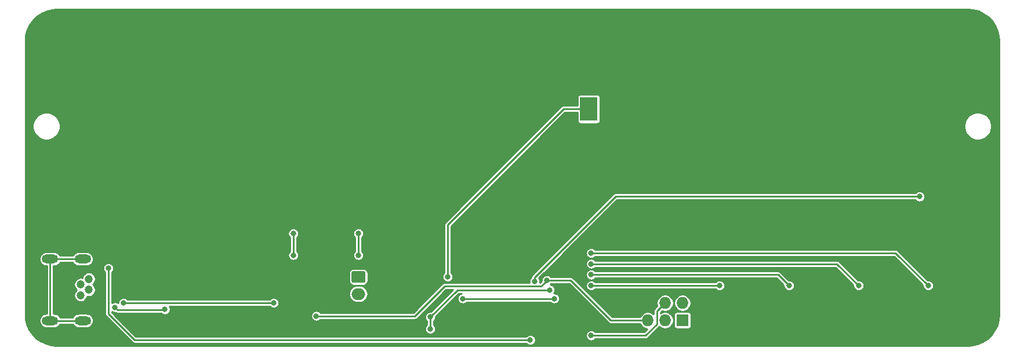
<source format=gbr>
G04 #@! TF.GenerationSoftware,KiCad,Pcbnew,(5.1.5)-3*
G04 #@! TF.CreationDate,2020-09-17T21:05:18+09:00*
G04 #@! TF.ProjectId,acrylic_nixie_clock,61637279-6c69-4635-9f6e-697869655f63,rev?*
G04 #@! TF.SameCoordinates,Original*
G04 #@! TF.FileFunction,Copper,L2,Bot*
G04 #@! TF.FilePolarity,Positive*
%FSLAX46Y46*%
G04 Gerber Fmt 4.6, Leading zero omitted, Abs format (unit mm)*
G04 Created by KiCad (PCBNEW (5.1.5)-3) date 2020-09-17 21:05:18*
%MOMM*%
%LPD*%
G04 APERTURE LIST*
%ADD10O,2.400000X1.300000*%
%ADD11C,1.200000*%
%ADD12C,0.100000*%
%ADD13O,2.000000X1.700000*%
%ADD14R,1.727200X1.727200*%
%ADD15O,1.727200X1.727200*%
%ADD16R,2.540000X3.510000*%
%ADD17C,0.800000*%
%ADD18C,0.250000*%
%ADD19C,0.254000*%
G04 APERTURE END LIST*
D10*
X54040000Y-95927500D03*
X58790000Y-95927500D03*
X54040000Y-86927500D03*
X58790000Y-86927500D03*
D11*
X59690000Y-89827500D03*
X59690000Y-91427500D03*
X59690000Y-93027500D03*
X58490000Y-92227500D03*
X58490000Y-90627500D03*
G04 #@! TA.AperFunction,ComponentPad*
D12*
G36*
X99834504Y-88686204D02*
G01*
X99858773Y-88689804D01*
X99882571Y-88695765D01*
X99905671Y-88704030D01*
X99927849Y-88714520D01*
X99948893Y-88727133D01*
X99968598Y-88741747D01*
X99986777Y-88758223D01*
X100003253Y-88776402D01*
X100017867Y-88796107D01*
X100030480Y-88817151D01*
X100040970Y-88839329D01*
X100049235Y-88862429D01*
X100055196Y-88886227D01*
X100058796Y-88910496D01*
X100060000Y-88935000D01*
X100060000Y-90135000D01*
X100058796Y-90159504D01*
X100055196Y-90183773D01*
X100049235Y-90207571D01*
X100040970Y-90230671D01*
X100030480Y-90252849D01*
X100017867Y-90273893D01*
X100003253Y-90293598D01*
X99986777Y-90311777D01*
X99968598Y-90328253D01*
X99948893Y-90342867D01*
X99927849Y-90355480D01*
X99905671Y-90365970D01*
X99882571Y-90374235D01*
X99858773Y-90380196D01*
X99834504Y-90383796D01*
X99810000Y-90385000D01*
X98310000Y-90385000D01*
X98285496Y-90383796D01*
X98261227Y-90380196D01*
X98237429Y-90374235D01*
X98214329Y-90365970D01*
X98192151Y-90355480D01*
X98171107Y-90342867D01*
X98151402Y-90328253D01*
X98133223Y-90311777D01*
X98116747Y-90293598D01*
X98102133Y-90273893D01*
X98089520Y-90252849D01*
X98079030Y-90230671D01*
X98070765Y-90207571D01*
X98064804Y-90183773D01*
X98061204Y-90159504D01*
X98060000Y-90135000D01*
X98060000Y-88935000D01*
X98061204Y-88910496D01*
X98064804Y-88886227D01*
X98070765Y-88862429D01*
X98079030Y-88839329D01*
X98089520Y-88817151D01*
X98102133Y-88796107D01*
X98116747Y-88776402D01*
X98133223Y-88758223D01*
X98151402Y-88741747D01*
X98171107Y-88727133D01*
X98192151Y-88714520D01*
X98214329Y-88704030D01*
X98237429Y-88695765D01*
X98261227Y-88689804D01*
X98285496Y-88686204D01*
X98310000Y-88685000D01*
X99810000Y-88685000D01*
X99834504Y-88686204D01*
G37*
G04 #@! TD.AperFunction*
D13*
X99060000Y-92035000D03*
D14*
X146367500Y-95885000D03*
D15*
X146367500Y-93345000D03*
X143827500Y-95885000D03*
X143827500Y-93345000D03*
X141287500Y-95885000D03*
X141287500Y-93345000D03*
D16*
X132680000Y-65000000D03*
X103320000Y-65000000D03*
D17*
X73025000Y-85407500D03*
X62865000Y-85407500D03*
X93072500Y-55562500D03*
X87992500Y-58420000D03*
X93072500Y-79692500D03*
X93072500Y-67627500D03*
X80055000Y-73342500D03*
X80055000Y-61277500D03*
X87992500Y-70485000D03*
X116072500Y-55562500D03*
X110992500Y-58420000D03*
X116072500Y-79692500D03*
X116072500Y-67627500D03*
X103055000Y-73342500D03*
X103055000Y-61277500D03*
X110992500Y-70485000D03*
X137072500Y-55562500D03*
X131992500Y-58420000D03*
X137072500Y-79692500D03*
X137072500Y-67627500D03*
X124055000Y-73342500D03*
X124055000Y-61277500D03*
X131992500Y-70485000D03*
X160072500Y-55562500D03*
X154992500Y-58420000D03*
X160072500Y-79692500D03*
X160072500Y-67627500D03*
X147055000Y-73342500D03*
X147055000Y-61277500D03*
X154992500Y-70485000D03*
X181072500Y-55562500D03*
X175992500Y-58420000D03*
X181072500Y-79692500D03*
X181072500Y-67627500D03*
X168055000Y-73342500D03*
X168055000Y-61277500D03*
X175992500Y-70485000D03*
X104775000Y-90805000D03*
X96520000Y-88582500D03*
X129540000Y-92392500D03*
X108267500Y-87312500D03*
X82867500Y-96520000D03*
X121285000Y-97472500D03*
X120967500Y-88265000D03*
X86677500Y-87312500D03*
X91757500Y-95250000D03*
X72072500Y-55562500D03*
X72072500Y-67627500D03*
X72072500Y-79692500D03*
X66992500Y-70485000D03*
X66992500Y-58420000D03*
X59055000Y-73342500D03*
X59055000Y-61277500D03*
X89535000Y-86360000D03*
X89535000Y-83185000D03*
X99060000Y-86360000D03*
X99060000Y-83185000D03*
X180975000Y-77787500D03*
X124777500Y-90170000D03*
X62547500Y-88265000D03*
X124142500Y-98742500D03*
X133032500Y-98107500D03*
X126577800Y-90022500D03*
X92895000Y-95250000D03*
X133032500Y-90805000D03*
X151765000Y-90805000D03*
X133032500Y-89217500D03*
X161925000Y-90805000D03*
X133032500Y-87630000D03*
X172085000Y-90805000D03*
X133032500Y-86042500D03*
X182245000Y-90805000D03*
X109537500Y-95406200D03*
X109537500Y-97155000D03*
X127000000Y-91440000D03*
X114300000Y-92710000D03*
X127635000Y-92710000D03*
X112077500Y-89535000D03*
X63500000Y-93980000D03*
X70802500Y-94297500D03*
X86677500Y-93345000D03*
X64770000Y-93345000D03*
D18*
X89535000Y-86360000D02*
X89535000Y-83185000D01*
X99060000Y-86360000D02*
X99060000Y-83185000D01*
X180409315Y-77787500D02*
X180975000Y-77787500D01*
X136594315Y-77787500D02*
X180409315Y-77787500D01*
X124777500Y-89604315D02*
X136594315Y-77787500D01*
X124777500Y-90170000D02*
X124777500Y-89604315D01*
X62547500Y-88265000D02*
X62547500Y-94932500D01*
X62547500Y-94932500D02*
X66357500Y-98742500D01*
X66357500Y-98742500D02*
X124142500Y-98742500D01*
X58790000Y-86927500D02*
X54040000Y-86927500D01*
X54040000Y-87827500D02*
X54040000Y-95927500D01*
X54040000Y-86927500D02*
X54040000Y-87827500D01*
X54040000Y-95927500D02*
X58790000Y-95927500D01*
X142963901Y-94208599D02*
X143827500Y-93345000D01*
X142638899Y-96438601D02*
X142638899Y-94533601D01*
X142638899Y-94533601D02*
X142963901Y-94208599D01*
X140970000Y-98107500D02*
X142638899Y-96438601D01*
X133032500Y-98107500D02*
X140970000Y-98107500D01*
X141287500Y-95885000D02*
X135890000Y-95885000D01*
X130027500Y-90022500D02*
X126577800Y-90022500D01*
X135890000Y-95885000D02*
X130027500Y-90022500D01*
X126177801Y-90422499D02*
X126577800Y-90022500D01*
X125705299Y-90895001D02*
X126177801Y-90422499D01*
X107274602Y-95250000D02*
X111629601Y-90895001D01*
X111629601Y-90895001D02*
X125705299Y-90895001D01*
X92895000Y-95250000D02*
X107274602Y-95250000D01*
X133032500Y-90805000D02*
X151765000Y-90805000D01*
X133032500Y-89217500D02*
X160337500Y-89217500D01*
X160337500Y-89217500D02*
X161925000Y-90805000D01*
X133032500Y-87630000D02*
X168910000Y-87630000D01*
X168910000Y-87630000D02*
X172085000Y-90805000D01*
X133032500Y-86042500D02*
X177482500Y-86042500D01*
X177482500Y-86042500D02*
X182245000Y-90805000D01*
X109537500Y-97155000D02*
X109537500Y-95406200D01*
X113503700Y-91440000D02*
X109537500Y-95406200D01*
X127000000Y-91440000D02*
X113503700Y-91440000D01*
X114300000Y-92710000D02*
X127635000Y-92710000D01*
X132680000Y-65000000D02*
X128992500Y-65000000D01*
X128992500Y-65000000D02*
X112077500Y-81915000D01*
X112077500Y-81915000D02*
X112077500Y-89535000D01*
X70720001Y-94379999D02*
X70802500Y-94297500D01*
X63500000Y-93980000D02*
X63899999Y-94379999D01*
X63899999Y-94379999D02*
X70720001Y-94379999D01*
X86677500Y-93345000D02*
X64770000Y-93345000D01*
D19*
G36*
X188813246Y-50480194D02*
G01*
X189600773Y-50695638D01*
X190337716Y-51047141D01*
X191000760Y-51523587D01*
X191568956Y-52109919D01*
X192024338Y-52787600D01*
X192352519Y-53535216D01*
X192543870Y-54332251D01*
X192594000Y-55014892D01*
X192594001Y-94981904D01*
X192519806Y-95813246D01*
X192304362Y-96600774D01*
X191952859Y-97337716D01*
X191476413Y-98000760D01*
X190890081Y-98568956D01*
X190212400Y-99024338D01*
X189464784Y-99352519D01*
X188667749Y-99543870D01*
X187985108Y-99594000D01*
X55018085Y-99594000D01*
X54186754Y-99519806D01*
X53399226Y-99304362D01*
X52662284Y-98952859D01*
X51999240Y-98476413D01*
X51431044Y-97890081D01*
X50975662Y-97212400D01*
X50647481Y-96464784D01*
X50456130Y-95667749D01*
X50406000Y-94985108D01*
X50406000Y-86927500D01*
X52454012Y-86927500D01*
X52473918Y-87129611D01*
X52532872Y-87323955D01*
X52628607Y-87503064D01*
X52757446Y-87660054D01*
X52914436Y-87788893D01*
X53093545Y-87884628D01*
X53287889Y-87943582D01*
X53439355Y-87958500D01*
X53534000Y-87958500D01*
X53534001Y-94896500D01*
X53439355Y-94896500D01*
X53287889Y-94911418D01*
X53093545Y-94970372D01*
X52914436Y-95066107D01*
X52757446Y-95194946D01*
X52628607Y-95351936D01*
X52532872Y-95531045D01*
X52473918Y-95725389D01*
X52454012Y-95927500D01*
X52473918Y-96129611D01*
X52532872Y-96323955D01*
X52628607Y-96503064D01*
X52757446Y-96660054D01*
X52914436Y-96788893D01*
X53093545Y-96884628D01*
X53287889Y-96943582D01*
X53439355Y-96958500D01*
X54640645Y-96958500D01*
X54792111Y-96943582D01*
X54986455Y-96884628D01*
X55165564Y-96788893D01*
X55322554Y-96660054D01*
X55451393Y-96503064D01*
X55488575Y-96433500D01*
X57341425Y-96433500D01*
X57378607Y-96503064D01*
X57507446Y-96660054D01*
X57664436Y-96788893D01*
X57843545Y-96884628D01*
X58037889Y-96943582D01*
X58189355Y-96958500D01*
X59390645Y-96958500D01*
X59542111Y-96943582D01*
X59736455Y-96884628D01*
X59915564Y-96788893D01*
X60072554Y-96660054D01*
X60201393Y-96503064D01*
X60297128Y-96323955D01*
X60356082Y-96129611D01*
X60375988Y-95927500D01*
X60356082Y-95725389D01*
X60297128Y-95531045D01*
X60201393Y-95351936D01*
X60072554Y-95194946D01*
X59915564Y-95066107D01*
X59736455Y-94970372D01*
X59542111Y-94911418D01*
X59390645Y-94896500D01*
X58189355Y-94896500D01*
X58037889Y-94911418D01*
X57843545Y-94970372D01*
X57664436Y-95066107D01*
X57507446Y-95194946D01*
X57378607Y-95351936D01*
X57341425Y-95421500D01*
X55488575Y-95421500D01*
X55451393Y-95351936D01*
X55322554Y-95194946D01*
X55165564Y-95066107D01*
X54986455Y-94970372D01*
X54792111Y-94911418D01*
X54640645Y-94896500D01*
X54546000Y-94896500D01*
X54546000Y-90530880D01*
X57509000Y-90530880D01*
X57509000Y-90724120D01*
X57546699Y-90913647D01*
X57620649Y-91092178D01*
X57728007Y-91252851D01*
X57864649Y-91389493D01*
X57921531Y-91427500D01*
X57864649Y-91465507D01*
X57728007Y-91602149D01*
X57620649Y-91762822D01*
X57546699Y-91941353D01*
X57509000Y-92130880D01*
X57509000Y-92324120D01*
X57546699Y-92513647D01*
X57620649Y-92692178D01*
X57728007Y-92852851D01*
X57864649Y-92989493D01*
X58025322Y-93096851D01*
X58203853Y-93170801D01*
X58393380Y-93208500D01*
X58586620Y-93208500D01*
X58776147Y-93170801D01*
X58954678Y-93096851D01*
X59115351Y-92989493D01*
X59251993Y-92852851D01*
X59359351Y-92692178D01*
X59433301Y-92513647D01*
X59459512Y-92381872D01*
X59593380Y-92408500D01*
X59786620Y-92408500D01*
X59976147Y-92370801D01*
X60154678Y-92296851D01*
X60315351Y-92189493D01*
X60451993Y-92052851D01*
X60559351Y-91892178D01*
X60633301Y-91713647D01*
X60671000Y-91524120D01*
X60671000Y-91330880D01*
X60633301Y-91141353D01*
X60559351Y-90962822D01*
X60451993Y-90802149D01*
X60315351Y-90665507D01*
X60258469Y-90627500D01*
X60315351Y-90589493D01*
X60451993Y-90452851D01*
X60559351Y-90292178D01*
X60633301Y-90113647D01*
X60671000Y-89924120D01*
X60671000Y-89730880D01*
X60633301Y-89541353D01*
X60559351Y-89362822D01*
X60451993Y-89202149D01*
X60315351Y-89065507D01*
X60154678Y-88958149D01*
X59976147Y-88884199D01*
X59786620Y-88846500D01*
X59593380Y-88846500D01*
X59403853Y-88884199D01*
X59225322Y-88958149D01*
X59064649Y-89065507D01*
X58928007Y-89202149D01*
X58820649Y-89362822D01*
X58746699Y-89541353D01*
X58720488Y-89673128D01*
X58586620Y-89646500D01*
X58393380Y-89646500D01*
X58203853Y-89684199D01*
X58025322Y-89758149D01*
X57864649Y-89865507D01*
X57728007Y-90002149D01*
X57620649Y-90162822D01*
X57546699Y-90341353D01*
X57509000Y-90530880D01*
X54546000Y-90530880D01*
X54546000Y-88188078D01*
X61766500Y-88188078D01*
X61766500Y-88341922D01*
X61796513Y-88492809D01*
X61855387Y-88634942D01*
X61940858Y-88762859D01*
X62041500Y-88863501D01*
X62041501Y-94907644D01*
X62039053Y-94932500D01*
X62048822Y-95031692D01*
X62077755Y-95127074D01*
X62099627Y-95167992D01*
X62124742Y-95214979D01*
X62187974Y-95292027D01*
X62207281Y-95307872D01*
X65982128Y-99082720D01*
X65997973Y-99102027D01*
X66075021Y-99165259D01*
X66152637Y-99206746D01*
X66162925Y-99212245D01*
X66258307Y-99241178D01*
X66357500Y-99250948D01*
X66382354Y-99248500D01*
X123543999Y-99248500D01*
X123644641Y-99349142D01*
X123772558Y-99434613D01*
X123914691Y-99493487D01*
X124065578Y-99523500D01*
X124219422Y-99523500D01*
X124370309Y-99493487D01*
X124512442Y-99434613D01*
X124640359Y-99349142D01*
X124749142Y-99240359D01*
X124834613Y-99112442D01*
X124893487Y-98970309D01*
X124923500Y-98819422D01*
X124923500Y-98665578D01*
X124893487Y-98514691D01*
X124834613Y-98372558D01*
X124749142Y-98244641D01*
X124640359Y-98135858D01*
X124512442Y-98050387D01*
X124370309Y-97991513D01*
X124219422Y-97961500D01*
X124065578Y-97961500D01*
X123914691Y-97991513D01*
X123772558Y-98050387D01*
X123644641Y-98135858D01*
X123543999Y-98236500D01*
X66567092Y-98236500D01*
X63503670Y-95173078D01*
X92114000Y-95173078D01*
X92114000Y-95326922D01*
X92144013Y-95477809D01*
X92202887Y-95619942D01*
X92288358Y-95747859D01*
X92397141Y-95856642D01*
X92525058Y-95942113D01*
X92667191Y-96000987D01*
X92818078Y-96031000D01*
X92971922Y-96031000D01*
X93122809Y-96000987D01*
X93264942Y-95942113D01*
X93392859Y-95856642D01*
X93493501Y-95756000D01*
X107249756Y-95756000D01*
X107274602Y-95758447D01*
X107299448Y-95756000D01*
X107299456Y-95756000D01*
X107373795Y-95748678D01*
X107469177Y-95719745D01*
X107557081Y-95672759D01*
X107634129Y-95609527D01*
X107649978Y-95590215D01*
X111839193Y-91401001D01*
X112827107Y-91401001D01*
X109602909Y-94625200D01*
X109460578Y-94625200D01*
X109309691Y-94655213D01*
X109167558Y-94714087D01*
X109039641Y-94799558D01*
X108930858Y-94908341D01*
X108845387Y-95036258D01*
X108786513Y-95178391D01*
X108756500Y-95329278D01*
X108756500Y-95483122D01*
X108786513Y-95634009D01*
X108845387Y-95776142D01*
X108930858Y-95904059D01*
X109031501Y-96004702D01*
X109031500Y-96556499D01*
X108930858Y-96657141D01*
X108845387Y-96785058D01*
X108786513Y-96927191D01*
X108756500Y-97078078D01*
X108756500Y-97231922D01*
X108786513Y-97382809D01*
X108845387Y-97524942D01*
X108930858Y-97652859D01*
X109039641Y-97761642D01*
X109167558Y-97847113D01*
X109309691Y-97905987D01*
X109460578Y-97936000D01*
X109614422Y-97936000D01*
X109765309Y-97905987D01*
X109907442Y-97847113D01*
X110035359Y-97761642D01*
X110144142Y-97652859D01*
X110229613Y-97524942D01*
X110288487Y-97382809D01*
X110318500Y-97231922D01*
X110318500Y-97078078D01*
X110288487Y-96927191D01*
X110229613Y-96785058D01*
X110144142Y-96657141D01*
X110043500Y-96556499D01*
X110043500Y-96004701D01*
X110144142Y-95904059D01*
X110229613Y-95776142D01*
X110288487Y-95634009D01*
X110318500Y-95483122D01*
X110318500Y-95340791D01*
X113713292Y-91946000D01*
X114137612Y-91946000D01*
X114072191Y-91959013D01*
X113930058Y-92017887D01*
X113802141Y-92103358D01*
X113693358Y-92212141D01*
X113607887Y-92340058D01*
X113549013Y-92482191D01*
X113519000Y-92633078D01*
X113519000Y-92786922D01*
X113549013Y-92937809D01*
X113607887Y-93079942D01*
X113693358Y-93207859D01*
X113802141Y-93316642D01*
X113930058Y-93402113D01*
X114072191Y-93460987D01*
X114223078Y-93491000D01*
X114376922Y-93491000D01*
X114527809Y-93460987D01*
X114669942Y-93402113D01*
X114797859Y-93316642D01*
X114898501Y-93216000D01*
X127036499Y-93216000D01*
X127137141Y-93316642D01*
X127265058Y-93402113D01*
X127407191Y-93460987D01*
X127558078Y-93491000D01*
X127711922Y-93491000D01*
X127862809Y-93460987D01*
X128004942Y-93402113D01*
X128132859Y-93316642D01*
X128241642Y-93207859D01*
X128327113Y-93079942D01*
X128385987Y-92937809D01*
X128416000Y-92786922D01*
X128416000Y-92633078D01*
X128385987Y-92482191D01*
X128327113Y-92340058D01*
X128241642Y-92212141D01*
X128132859Y-92103358D01*
X128004942Y-92017887D01*
X127862809Y-91959013D01*
X127711922Y-91929000D01*
X127612561Y-91929000D01*
X127692113Y-91809942D01*
X127750987Y-91667809D01*
X127781000Y-91516922D01*
X127781000Y-91363078D01*
X127750987Y-91212191D01*
X127692113Y-91070058D01*
X127606642Y-90942141D01*
X127497859Y-90833358D01*
X127369942Y-90747887D01*
X127227809Y-90689013D01*
X127076922Y-90659000D01*
X127030973Y-90659000D01*
X127075659Y-90629142D01*
X127176301Y-90528500D01*
X129817909Y-90528500D01*
X135514628Y-96225220D01*
X135530473Y-96244527D01*
X135607521Y-96307759D01*
X135695425Y-96354745D01*
X135790807Y-96383678D01*
X135865146Y-96391000D01*
X135865153Y-96391000D01*
X135889999Y-96393447D01*
X135914845Y-96391000D01*
X140149947Y-96391000D01*
X140184550Y-96474539D01*
X140320756Y-96678386D01*
X140494114Y-96851744D01*
X140697961Y-96987950D01*
X140924464Y-97081771D01*
X141164918Y-97129600D01*
X141232309Y-97129600D01*
X140760409Y-97601500D01*
X133631001Y-97601500D01*
X133530359Y-97500858D01*
X133402442Y-97415387D01*
X133260309Y-97356513D01*
X133109422Y-97326500D01*
X132955578Y-97326500D01*
X132804691Y-97356513D01*
X132662558Y-97415387D01*
X132534641Y-97500858D01*
X132425858Y-97609641D01*
X132340387Y-97737558D01*
X132281513Y-97879691D01*
X132251500Y-98030578D01*
X132251500Y-98184422D01*
X132281513Y-98335309D01*
X132340387Y-98477442D01*
X132425858Y-98605359D01*
X132534641Y-98714142D01*
X132662558Y-98799613D01*
X132804691Y-98858487D01*
X132955578Y-98888500D01*
X133109422Y-98888500D01*
X133260309Y-98858487D01*
X133402442Y-98799613D01*
X133530359Y-98714142D01*
X133631001Y-98613500D01*
X140945154Y-98613500D01*
X140970000Y-98615947D01*
X140994846Y-98613500D01*
X140994854Y-98613500D01*
X141069193Y-98606178D01*
X141164575Y-98577245D01*
X141252479Y-98530259D01*
X141329527Y-98467027D01*
X141345376Y-98447715D01*
X142979119Y-96813973D01*
X142988579Y-96806209D01*
X143034114Y-96851744D01*
X143237961Y-96987950D01*
X143464464Y-97081771D01*
X143704918Y-97129600D01*
X143950082Y-97129600D01*
X144190536Y-97081771D01*
X144417039Y-96987950D01*
X144620886Y-96851744D01*
X144794244Y-96678386D01*
X144930450Y-96474539D01*
X145024271Y-96248036D01*
X145072100Y-96007582D01*
X145072100Y-95762418D01*
X145024271Y-95521964D01*
X144930450Y-95295461D01*
X144794244Y-95091614D01*
X144724030Y-95021400D01*
X145121057Y-95021400D01*
X145121057Y-96748600D01*
X145128413Y-96823289D01*
X145150199Y-96895108D01*
X145185578Y-96961296D01*
X145233189Y-97019311D01*
X145291204Y-97066922D01*
X145357392Y-97102301D01*
X145429211Y-97124087D01*
X145503900Y-97131443D01*
X147231100Y-97131443D01*
X147305789Y-97124087D01*
X147377608Y-97102301D01*
X147443796Y-97066922D01*
X147501811Y-97019311D01*
X147549422Y-96961296D01*
X147584801Y-96895108D01*
X147606587Y-96823289D01*
X147613943Y-96748600D01*
X147613943Y-95021400D01*
X147606587Y-94946711D01*
X147584801Y-94874892D01*
X147549422Y-94808704D01*
X147501811Y-94750689D01*
X147443796Y-94703078D01*
X147377608Y-94667699D01*
X147305789Y-94645913D01*
X147231100Y-94638557D01*
X145503900Y-94638557D01*
X145429211Y-94645913D01*
X145357392Y-94667699D01*
X145291204Y-94703078D01*
X145233189Y-94750689D01*
X145185578Y-94808704D01*
X145150199Y-94874892D01*
X145128413Y-94946711D01*
X145121057Y-95021400D01*
X144724030Y-95021400D01*
X144620886Y-94918256D01*
X144417039Y-94782050D01*
X144190536Y-94688229D01*
X143950082Y-94640400D01*
X143704918Y-94640400D01*
X143464464Y-94688229D01*
X143237961Y-94782050D01*
X143144899Y-94844232D01*
X143144899Y-94743192D01*
X143380924Y-94507167D01*
X143464464Y-94541771D01*
X143704918Y-94589600D01*
X143950082Y-94589600D01*
X144190536Y-94541771D01*
X144417039Y-94447950D01*
X144620886Y-94311744D01*
X144794244Y-94138386D01*
X144930450Y-93934539D01*
X145024271Y-93708036D01*
X145072100Y-93467582D01*
X145072100Y-93222418D01*
X145122900Y-93222418D01*
X145122900Y-93467582D01*
X145170729Y-93708036D01*
X145264550Y-93934539D01*
X145400756Y-94138386D01*
X145574114Y-94311744D01*
X145777961Y-94447950D01*
X146004464Y-94541771D01*
X146244918Y-94589600D01*
X146490082Y-94589600D01*
X146730536Y-94541771D01*
X146957039Y-94447950D01*
X147160886Y-94311744D01*
X147334244Y-94138386D01*
X147470450Y-93934539D01*
X147564271Y-93708036D01*
X147612100Y-93467582D01*
X147612100Y-93222418D01*
X147564271Y-92981964D01*
X147470450Y-92755461D01*
X147334244Y-92551614D01*
X147160886Y-92378256D01*
X146957039Y-92242050D01*
X146730536Y-92148229D01*
X146490082Y-92100400D01*
X146244918Y-92100400D01*
X146004464Y-92148229D01*
X145777961Y-92242050D01*
X145574114Y-92378256D01*
X145400756Y-92551614D01*
X145264550Y-92755461D01*
X145170729Y-92981964D01*
X145122900Y-93222418D01*
X145072100Y-93222418D01*
X145024271Y-92981964D01*
X144930450Y-92755461D01*
X144794244Y-92551614D01*
X144620886Y-92378256D01*
X144417039Y-92242050D01*
X144190536Y-92148229D01*
X143950082Y-92100400D01*
X143704918Y-92100400D01*
X143464464Y-92148229D01*
X143237961Y-92242050D01*
X143034114Y-92378256D01*
X142860756Y-92551614D01*
X142724550Y-92755461D01*
X142630729Y-92981964D01*
X142582900Y-93222418D01*
X142582900Y-93467582D01*
X142630729Y-93708036D01*
X142665333Y-93791576D01*
X142298680Y-94158229D01*
X142279373Y-94174074D01*
X142216141Y-94251122D01*
X142200274Y-94280807D01*
X142169154Y-94339027D01*
X142140221Y-94434409D01*
X142130452Y-94533601D01*
X142132900Y-94558457D01*
X142132900Y-94970270D01*
X142080886Y-94918256D01*
X141877039Y-94782050D01*
X141650536Y-94688229D01*
X141410082Y-94640400D01*
X141164918Y-94640400D01*
X140924464Y-94688229D01*
X140697961Y-94782050D01*
X140494114Y-94918256D01*
X140320756Y-95091614D01*
X140184550Y-95295461D01*
X140149947Y-95379000D01*
X136099592Y-95379000D01*
X131448670Y-90728078D01*
X132251500Y-90728078D01*
X132251500Y-90881922D01*
X132281513Y-91032809D01*
X132340387Y-91174942D01*
X132425858Y-91302859D01*
X132534641Y-91411642D01*
X132662558Y-91497113D01*
X132804691Y-91555987D01*
X132955578Y-91586000D01*
X133109422Y-91586000D01*
X133260309Y-91555987D01*
X133402442Y-91497113D01*
X133530359Y-91411642D01*
X133631001Y-91311000D01*
X151166499Y-91311000D01*
X151267141Y-91411642D01*
X151395058Y-91497113D01*
X151537191Y-91555987D01*
X151688078Y-91586000D01*
X151841922Y-91586000D01*
X151992809Y-91555987D01*
X152134942Y-91497113D01*
X152262859Y-91411642D01*
X152371642Y-91302859D01*
X152457113Y-91174942D01*
X152515987Y-91032809D01*
X152546000Y-90881922D01*
X152546000Y-90728078D01*
X152515987Y-90577191D01*
X152457113Y-90435058D01*
X152371642Y-90307141D01*
X152262859Y-90198358D01*
X152134942Y-90112887D01*
X151992809Y-90054013D01*
X151841922Y-90024000D01*
X151688078Y-90024000D01*
X151537191Y-90054013D01*
X151395058Y-90112887D01*
X151267141Y-90198358D01*
X151166499Y-90299000D01*
X133631001Y-90299000D01*
X133530359Y-90198358D01*
X133402442Y-90112887D01*
X133260309Y-90054013D01*
X133109422Y-90024000D01*
X132955578Y-90024000D01*
X132804691Y-90054013D01*
X132662558Y-90112887D01*
X132534641Y-90198358D01*
X132425858Y-90307141D01*
X132340387Y-90435058D01*
X132281513Y-90577191D01*
X132251500Y-90728078D01*
X131448670Y-90728078D01*
X130402876Y-89682285D01*
X130387027Y-89662973D01*
X130309979Y-89599741D01*
X130222075Y-89552755D01*
X130126693Y-89523822D01*
X130052354Y-89516500D01*
X130052346Y-89516500D01*
X130027500Y-89514053D01*
X130002654Y-89516500D01*
X127176301Y-89516500D01*
X127075659Y-89415858D01*
X126947742Y-89330387D01*
X126805609Y-89271513D01*
X126654722Y-89241500D01*
X126500878Y-89241500D01*
X126349991Y-89271513D01*
X126207858Y-89330387D01*
X126079941Y-89415858D01*
X125971158Y-89524641D01*
X125885687Y-89652558D01*
X125826813Y-89794691D01*
X125796800Y-89945578D01*
X125796800Y-90087908D01*
X125538813Y-90345895D01*
X125558500Y-90246922D01*
X125558500Y-90093078D01*
X125528487Y-89942191D01*
X125469613Y-89800058D01*
X125400614Y-89696792D01*
X125956828Y-89140578D01*
X132251500Y-89140578D01*
X132251500Y-89294422D01*
X132281513Y-89445309D01*
X132340387Y-89587442D01*
X132425858Y-89715359D01*
X132534641Y-89824142D01*
X132662558Y-89909613D01*
X132804691Y-89968487D01*
X132955578Y-89998500D01*
X133109422Y-89998500D01*
X133260309Y-89968487D01*
X133402442Y-89909613D01*
X133530359Y-89824142D01*
X133631001Y-89723500D01*
X160127909Y-89723500D01*
X161144000Y-90739592D01*
X161144000Y-90881922D01*
X161174013Y-91032809D01*
X161232887Y-91174942D01*
X161318358Y-91302859D01*
X161427141Y-91411642D01*
X161555058Y-91497113D01*
X161697191Y-91555987D01*
X161848078Y-91586000D01*
X162001922Y-91586000D01*
X162152809Y-91555987D01*
X162294942Y-91497113D01*
X162422859Y-91411642D01*
X162531642Y-91302859D01*
X162617113Y-91174942D01*
X162675987Y-91032809D01*
X162706000Y-90881922D01*
X162706000Y-90728078D01*
X162675987Y-90577191D01*
X162617113Y-90435058D01*
X162531642Y-90307141D01*
X162422859Y-90198358D01*
X162294942Y-90112887D01*
X162152809Y-90054013D01*
X162001922Y-90024000D01*
X161859592Y-90024000D01*
X160712876Y-88877285D01*
X160697027Y-88857973D01*
X160619979Y-88794741D01*
X160532075Y-88747755D01*
X160436693Y-88718822D01*
X160362354Y-88711500D01*
X160362346Y-88711500D01*
X160337500Y-88709053D01*
X160312654Y-88711500D01*
X133631001Y-88711500D01*
X133530359Y-88610858D01*
X133402442Y-88525387D01*
X133260309Y-88466513D01*
X133109422Y-88436500D01*
X132955578Y-88436500D01*
X132804691Y-88466513D01*
X132662558Y-88525387D01*
X132534641Y-88610858D01*
X132425858Y-88719641D01*
X132340387Y-88847558D01*
X132281513Y-88989691D01*
X132251500Y-89140578D01*
X125956828Y-89140578D01*
X127544328Y-87553078D01*
X132251500Y-87553078D01*
X132251500Y-87706922D01*
X132281513Y-87857809D01*
X132340387Y-87999942D01*
X132425858Y-88127859D01*
X132534641Y-88236642D01*
X132662558Y-88322113D01*
X132804691Y-88380987D01*
X132955578Y-88411000D01*
X133109422Y-88411000D01*
X133260309Y-88380987D01*
X133402442Y-88322113D01*
X133530359Y-88236642D01*
X133631001Y-88136000D01*
X168700409Y-88136000D01*
X171304000Y-90739592D01*
X171304000Y-90881922D01*
X171334013Y-91032809D01*
X171392887Y-91174942D01*
X171478358Y-91302859D01*
X171587141Y-91411642D01*
X171715058Y-91497113D01*
X171857191Y-91555987D01*
X172008078Y-91586000D01*
X172161922Y-91586000D01*
X172312809Y-91555987D01*
X172454942Y-91497113D01*
X172582859Y-91411642D01*
X172691642Y-91302859D01*
X172777113Y-91174942D01*
X172835987Y-91032809D01*
X172866000Y-90881922D01*
X172866000Y-90728078D01*
X172835987Y-90577191D01*
X172777113Y-90435058D01*
X172691642Y-90307141D01*
X172582859Y-90198358D01*
X172454942Y-90112887D01*
X172312809Y-90054013D01*
X172161922Y-90024000D01*
X172019592Y-90024000D01*
X169285376Y-87289785D01*
X169269527Y-87270473D01*
X169192479Y-87207241D01*
X169104575Y-87160255D01*
X169009193Y-87131322D01*
X168934854Y-87124000D01*
X168934846Y-87124000D01*
X168910000Y-87121553D01*
X168885154Y-87124000D01*
X133631001Y-87124000D01*
X133530359Y-87023358D01*
X133402442Y-86937887D01*
X133260309Y-86879013D01*
X133109422Y-86849000D01*
X132955578Y-86849000D01*
X132804691Y-86879013D01*
X132662558Y-86937887D01*
X132534641Y-87023358D01*
X132425858Y-87132141D01*
X132340387Y-87260058D01*
X132281513Y-87402191D01*
X132251500Y-87553078D01*
X127544328Y-87553078D01*
X129131828Y-85965578D01*
X132251500Y-85965578D01*
X132251500Y-86119422D01*
X132281513Y-86270309D01*
X132340387Y-86412442D01*
X132425858Y-86540359D01*
X132534641Y-86649142D01*
X132662558Y-86734613D01*
X132804691Y-86793487D01*
X132955578Y-86823500D01*
X133109422Y-86823500D01*
X133260309Y-86793487D01*
X133402442Y-86734613D01*
X133530359Y-86649142D01*
X133631001Y-86548500D01*
X177272909Y-86548500D01*
X181464000Y-90739592D01*
X181464000Y-90881922D01*
X181494013Y-91032809D01*
X181552887Y-91174942D01*
X181638358Y-91302859D01*
X181747141Y-91411642D01*
X181875058Y-91497113D01*
X182017191Y-91555987D01*
X182168078Y-91586000D01*
X182321922Y-91586000D01*
X182472809Y-91555987D01*
X182614942Y-91497113D01*
X182742859Y-91411642D01*
X182851642Y-91302859D01*
X182937113Y-91174942D01*
X182995987Y-91032809D01*
X183026000Y-90881922D01*
X183026000Y-90728078D01*
X182995987Y-90577191D01*
X182937113Y-90435058D01*
X182851642Y-90307141D01*
X182742859Y-90198358D01*
X182614942Y-90112887D01*
X182472809Y-90054013D01*
X182321922Y-90024000D01*
X182179592Y-90024000D01*
X177857876Y-85702285D01*
X177842027Y-85682973D01*
X177764979Y-85619741D01*
X177677075Y-85572755D01*
X177581693Y-85543822D01*
X177507354Y-85536500D01*
X177507346Y-85536500D01*
X177482500Y-85534053D01*
X177457654Y-85536500D01*
X133631001Y-85536500D01*
X133530359Y-85435858D01*
X133402442Y-85350387D01*
X133260309Y-85291513D01*
X133109422Y-85261500D01*
X132955578Y-85261500D01*
X132804691Y-85291513D01*
X132662558Y-85350387D01*
X132534641Y-85435858D01*
X132425858Y-85544641D01*
X132340387Y-85672558D01*
X132281513Y-85814691D01*
X132251500Y-85965578D01*
X129131828Y-85965578D01*
X136803907Y-78293500D01*
X180376499Y-78293500D01*
X180477141Y-78394142D01*
X180605058Y-78479613D01*
X180747191Y-78538487D01*
X180898078Y-78568500D01*
X181051922Y-78568500D01*
X181202809Y-78538487D01*
X181344942Y-78479613D01*
X181472859Y-78394142D01*
X181581642Y-78285359D01*
X181667113Y-78157442D01*
X181725987Y-78015309D01*
X181756000Y-77864422D01*
X181756000Y-77710578D01*
X181725987Y-77559691D01*
X181667113Y-77417558D01*
X181581642Y-77289641D01*
X181472859Y-77180858D01*
X181344942Y-77095387D01*
X181202809Y-77036513D01*
X181051922Y-77006500D01*
X180898078Y-77006500D01*
X180747191Y-77036513D01*
X180605058Y-77095387D01*
X180477141Y-77180858D01*
X180376499Y-77281500D01*
X136619160Y-77281500D01*
X136594314Y-77279053D01*
X136569468Y-77281500D01*
X136569461Y-77281500D01*
X136495122Y-77288822D01*
X136399740Y-77317755D01*
X136311836Y-77364741D01*
X136234788Y-77427973D01*
X136218943Y-77447280D01*
X124437281Y-89228943D01*
X124417974Y-89244788D01*
X124354742Y-89321836D01*
X124332834Y-89362822D01*
X124307755Y-89409741D01*
X124278822Y-89505123D01*
X124272371Y-89570628D01*
X124170858Y-89672141D01*
X124085387Y-89800058D01*
X124026513Y-89942191D01*
X123996500Y-90093078D01*
X123996500Y-90246922D01*
X124024761Y-90389001D01*
X111654455Y-90389001D01*
X111629601Y-90386553D01*
X111604747Y-90389001D01*
X111530408Y-90396323D01*
X111435026Y-90425256D01*
X111347122Y-90472242D01*
X111270074Y-90535474D01*
X111254230Y-90554780D01*
X107065011Y-94744000D01*
X93493501Y-94744000D01*
X93392859Y-94643358D01*
X93264942Y-94557887D01*
X93122809Y-94499013D01*
X92971922Y-94469000D01*
X92818078Y-94469000D01*
X92667191Y-94499013D01*
X92525058Y-94557887D01*
X92397141Y-94643358D01*
X92288358Y-94752141D01*
X92202887Y-94880058D01*
X92144013Y-95022191D01*
X92114000Y-95173078D01*
X63503670Y-95173078D01*
X63053500Y-94722909D01*
X63053500Y-94620959D01*
X63130058Y-94672113D01*
X63272191Y-94730987D01*
X63423078Y-94761000D01*
X63566638Y-94761000D01*
X63617520Y-94802758D01*
X63705424Y-94849744D01*
X63800806Y-94878677D01*
X63875145Y-94885999D01*
X63875152Y-94885999D01*
X63899998Y-94888446D01*
X63924844Y-94885999D01*
X70286498Y-94885999D01*
X70304641Y-94904142D01*
X70432558Y-94989613D01*
X70574691Y-95048487D01*
X70725578Y-95078500D01*
X70879422Y-95078500D01*
X71030309Y-95048487D01*
X71172442Y-94989613D01*
X71300359Y-94904142D01*
X71409142Y-94795359D01*
X71494613Y-94667442D01*
X71553487Y-94525309D01*
X71583500Y-94374422D01*
X71583500Y-94220578D01*
X71553487Y-94069691D01*
X71494613Y-93927558D01*
X71443459Y-93851000D01*
X86078999Y-93851000D01*
X86179641Y-93951642D01*
X86307558Y-94037113D01*
X86449691Y-94095987D01*
X86600578Y-94126000D01*
X86754422Y-94126000D01*
X86905309Y-94095987D01*
X87047442Y-94037113D01*
X87175359Y-93951642D01*
X87284142Y-93842859D01*
X87369613Y-93714942D01*
X87428487Y-93572809D01*
X87458500Y-93421922D01*
X87458500Y-93268078D01*
X87428487Y-93117191D01*
X87369613Y-92975058D01*
X87284142Y-92847141D01*
X87175359Y-92738358D01*
X87047442Y-92652887D01*
X86905309Y-92594013D01*
X86754422Y-92564000D01*
X86600578Y-92564000D01*
X86449691Y-92594013D01*
X86307558Y-92652887D01*
X86179641Y-92738358D01*
X86078999Y-92839000D01*
X65368501Y-92839000D01*
X65267859Y-92738358D01*
X65139942Y-92652887D01*
X64997809Y-92594013D01*
X64846922Y-92564000D01*
X64693078Y-92564000D01*
X64542191Y-92594013D01*
X64400058Y-92652887D01*
X64272141Y-92738358D01*
X64163358Y-92847141D01*
X64077887Y-92975058D01*
X64019013Y-93117191D01*
X63989000Y-93268078D01*
X63989000Y-93367439D01*
X63869942Y-93287887D01*
X63727809Y-93229013D01*
X63576922Y-93199000D01*
X63423078Y-93199000D01*
X63272191Y-93229013D01*
X63130058Y-93287887D01*
X63053500Y-93339041D01*
X63053500Y-92035000D01*
X97673044Y-92035000D01*
X97696812Y-92276318D01*
X97767202Y-92508363D01*
X97881509Y-92722216D01*
X98035340Y-92909660D01*
X98222784Y-93063491D01*
X98436637Y-93177798D01*
X98668682Y-93248188D01*
X98849528Y-93266000D01*
X99270472Y-93266000D01*
X99451318Y-93248188D01*
X99683363Y-93177798D01*
X99897216Y-93063491D01*
X100084660Y-92909660D01*
X100238491Y-92722216D01*
X100352798Y-92508363D01*
X100423188Y-92276318D01*
X100446956Y-92035000D01*
X100423188Y-91793682D01*
X100352798Y-91561637D01*
X100238491Y-91347784D01*
X100084660Y-91160340D01*
X99897216Y-91006509D01*
X99683363Y-90892202D01*
X99451318Y-90821812D01*
X99270472Y-90804000D01*
X98849528Y-90804000D01*
X98668682Y-90821812D01*
X98436637Y-90892202D01*
X98222784Y-91006509D01*
X98035340Y-91160340D01*
X97881509Y-91347784D01*
X97767202Y-91561637D01*
X97696812Y-91793682D01*
X97673044Y-92035000D01*
X63053500Y-92035000D01*
X63053500Y-88935000D01*
X97677157Y-88935000D01*
X97677157Y-90135000D01*
X97689317Y-90258462D01*
X97725329Y-90377179D01*
X97783810Y-90486589D01*
X97862512Y-90582488D01*
X97958411Y-90661190D01*
X98067821Y-90719671D01*
X98186538Y-90755683D01*
X98310000Y-90767843D01*
X99810000Y-90767843D01*
X99933462Y-90755683D01*
X100052179Y-90719671D01*
X100161589Y-90661190D01*
X100257488Y-90582488D01*
X100336190Y-90486589D01*
X100394671Y-90377179D01*
X100430683Y-90258462D01*
X100442843Y-90135000D01*
X100442843Y-89458078D01*
X111296500Y-89458078D01*
X111296500Y-89611922D01*
X111326513Y-89762809D01*
X111385387Y-89904942D01*
X111470858Y-90032859D01*
X111579641Y-90141642D01*
X111707558Y-90227113D01*
X111849691Y-90285987D01*
X112000578Y-90316000D01*
X112154422Y-90316000D01*
X112305309Y-90285987D01*
X112447442Y-90227113D01*
X112575359Y-90141642D01*
X112684142Y-90032859D01*
X112769613Y-89904942D01*
X112828487Y-89762809D01*
X112858500Y-89611922D01*
X112858500Y-89458078D01*
X112828487Y-89307191D01*
X112769613Y-89165058D01*
X112684142Y-89037141D01*
X112583500Y-88936499D01*
X112583500Y-82124591D01*
X127406674Y-67301417D01*
X187483756Y-67301417D01*
X187483756Y-67698583D01*
X187561239Y-68088117D01*
X187713228Y-68455050D01*
X187933881Y-68785281D01*
X188214719Y-69066119D01*
X188544950Y-69286772D01*
X188911883Y-69438761D01*
X189301417Y-69516244D01*
X189698583Y-69516244D01*
X190088117Y-69438761D01*
X190455050Y-69286772D01*
X190785281Y-69066119D01*
X191066119Y-68785281D01*
X191286772Y-68455050D01*
X191438761Y-68088117D01*
X191516244Y-67698583D01*
X191516244Y-67301417D01*
X191438761Y-66911883D01*
X191286772Y-66544950D01*
X191066119Y-66214719D01*
X190785281Y-65933881D01*
X190455050Y-65713228D01*
X190088117Y-65561239D01*
X189698583Y-65483756D01*
X189301417Y-65483756D01*
X188911883Y-65561239D01*
X188544950Y-65713228D01*
X188214719Y-65933881D01*
X187933881Y-66214719D01*
X187713228Y-66544950D01*
X187561239Y-66911883D01*
X187483756Y-67301417D01*
X127406674Y-67301417D01*
X129202092Y-65506000D01*
X131027157Y-65506000D01*
X131027157Y-66755000D01*
X131034513Y-66829689D01*
X131056299Y-66901508D01*
X131091678Y-66967696D01*
X131139289Y-67025711D01*
X131197304Y-67073322D01*
X131263492Y-67108701D01*
X131335311Y-67130487D01*
X131410000Y-67137843D01*
X133950000Y-67137843D01*
X134024689Y-67130487D01*
X134096508Y-67108701D01*
X134162696Y-67073322D01*
X134220711Y-67025711D01*
X134268322Y-66967696D01*
X134303701Y-66901508D01*
X134325487Y-66829689D01*
X134332843Y-66755000D01*
X134332843Y-63245000D01*
X134325487Y-63170311D01*
X134303701Y-63098492D01*
X134268322Y-63032304D01*
X134220711Y-62974289D01*
X134162696Y-62926678D01*
X134096508Y-62891299D01*
X134024689Y-62869513D01*
X133950000Y-62862157D01*
X131410000Y-62862157D01*
X131335311Y-62869513D01*
X131263492Y-62891299D01*
X131197304Y-62926678D01*
X131139289Y-62974289D01*
X131091678Y-63032304D01*
X131056299Y-63098492D01*
X131034513Y-63170311D01*
X131027157Y-63245000D01*
X131027157Y-64494000D01*
X129017345Y-64494000D01*
X128992499Y-64491553D01*
X128967653Y-64494000D01*
X128967646Y-64494000D01*
X128903194Y-64500348D01*
X128893306Y-64501322D01*
X128871107Y-64508056D01*
X128797925Y-64530255D01*
X128710021Y-64577241D01*
X128632973Y-64640473D01*
X128617128Y-64659780D01*
X111737285Y-81539624D01*
X111717973Y-81555473D01*
X111654741Y-81632521D01*
X111607755Y-81720426D01*
X111578822Y-81815808D01*
X111571500Y-81890147D01*
X111571500Y-81890154D01*
X111569053Y-81915000D01*
X111571500Y-81939846D01*
X111571501Y-88936498D01*
X111470858Y-89037141D01*
X111385387Y-89165058D01*
X111326513Y-89307191D01*
X111296500Y-89458078D01*
X100442843Y-89458078D01*
X100442843Y-88935000D01*
X100430683Y-88811538D01*
X100394671Y-88692821D01*
X100336190Y-88583411D01*
X100257488Y-88487512D01*
X100161589Y-88408810D01*
X100052179Y-88350329D01*
X99933462Y-88314317D01*
X99810000Y-88302157D01*
X98310000Y-88302157D01*
X98186538Y-88314317D01*
X98067821Y-88350329D01*
X97958411Y-88408810D01*
X97862512Y-88487512D01*
X97783810Y-88583411D01*
X97725329Y-88692821D01*
X97689317Y-88811538D01*
X97677157Y-88935000D01*
X63053500Y-88935000D01*
X63053500Y-88863501D01*
X63154142Y-88762859D01*
X63239613Y-88634942D01*
X63298487Y-88492809D01*
X63328500Y-88341922D01*
X63328500Y-88188078D01*
X63298487Y-88037191D01*
X63239613Y-87895058D01*
X63154142Y-87767141D01*
X63045359Y-87658358D01*
X62917442Y-87572887D01*
X62775309Y-87514013D01*
X62624422Y-87484000D01*
X62470578Y-87484000D01*
X62319691Y-87514013D01*
X62177558Y-87572887D01*
X62049641Y-87658358D01*
X61940858Y-87767141D01*
X61855387Y-87895058D01*
X61796513Y-88037191D01*
X61766500Y-88188078D01*
X54546000Y-88188078D01*
X54546000Y-87958500D01*
X54640645Y-87958500D01*
X54792111Y-87943582D01*
X54986455Y-87884628D01*
X55165564Y-87788893D01*
X55322554Y-87660054D01*
X55451393Y-87503064D01*
X55488575Y-87433500D01*
X57341425Y-87433500D01*
X57378607Y-87503064D01*
X57507446Y-87660054D01*
X57664436Y-87788893D01*
X57843545Y-87884628D01*
X58037889Y-87943582D01*
X58189355Y-87958500D01*
X59390645Y-87958500D01*
X59542111Y-87943582D01*
X59736455Y-87884628D01*
X59915564Y-87788893D01*
X60072554Y-87660054D01*
X60201393Y-87503064D01*
X60297128Y-87323955D01*
X60356082Y-87129611D01*
X60375988Y-86927500D01*
X60356082Y-86725389D01*
X60297128Y-86531045D01*
X60201393Y-86351936D01*
X60072554Y-86194946D01*
X59915564Y-86066107D01*
X59736455Y-85970372D01*
X59542111Y-85911418D01*
X59390645Y-85896500D01*
X58189355Y-85896500D01*
X58037889Y-85911418D01*
X57843545Y-85970372D01*
X57664436Y-86066107D01*
X57507446Y-86194946D01*
X57378607Y-86351936D01*
X57341425Y-86421500D01*
X55488575Y-86421500D01*
X55451393Y-86351936D01*
X55322554Y-86194946D01*
X55165564Y-86066107D01*
X54986455Y-85970372D01*
X54792111Y-85911418D01*
X54640645Y-85896500D01*
X53439355Y-85896500D01*
X53287889Y-85911418D01*
X53093545Y-85970372D01*
X52914436Y-86066107D01*
X52757446Y-86194946D01*
X52628607Y-86351936D01*
X52532872Y-86531045D01*
X52473918Y-86725389D01*
X52454012Y-86927500D01*
X50406000Y-86927500D01*
X50406000Y-83108078D01*
X88754000Y-83108078D01*
X88754000Y-83261922D01*
X88784013Y-83412809D01*
X88842887Y-83554942D01*
X88928358Y-83682859D01*
X89029001Y-83783502D01*
X89029000Y-85761499D01*
X88928358Y-85862141D01*
X88842887Y-85990058D01*
X88784013Y-86132191D01*
X88754000Y-86283078D01*
X88754000Y-86436922D01*
X88784013Y-86587809D01*
X88842887Y-86729942D01*
X88928358Y-86857859D01*
X89037141Y-86966642D01*
X89165058Y-87052113D01*
X89307191Y-87110987D01*
X89458078Y-87141000D01*
X89611922Y-87141000D01*
X89762809Y-87110987D01*
X89904942Y-87052113D01*
X90032859Y-86966642D01*
X90141642Y-86857859D01*
X90227113Y-86729942D01*
X90285987Y-86587809D01*
X90316000Y-86436922D01*
X90316000Y-86283078D01*
X90285987Y-86132191D01*
X90227113Y-85990058D01*
X90141642Y-85862141D01*
X90041000Y-85761499D01*
X90041000Y-83783501D01*
X90141642Y-83682859D01*
X90227113Y-83554942D01*
X90285987Y-83412809D01*
X90316000Y-83261922D01*
X90316000Y-83108078D01*
X98279000Y-83108078D01*
X98279000Y-83261922D01*
X98309013Y-83412809D01*
X98367887Y-83554942D01*
X98453358Y-83682859D01*
X98554001Y-83783502D01*
X98554000Y-85761499D01*
X98453358Y-85862141D01*
X98367887Y-85990058D01*
X98309013Y-86132191D01*
X98279000Y-86283078D01*
X98279000Y-86436922D01*
X98309013Y-86587809D01*
X98367887Y-86729942D01*
X98453358Y-86857859D01*
X98562141Y-86966642D01*
X98690058Y-87052113D01*
X98832191Y-87110987D01*
X98983078Y-87141000D01*
X99136922Y-87141000D01*
X99287809Y-87110987D01*
X99429942Y-87052113D01*
X99557859Y-86966642D01*
X99666642Y-86857859D01*
X99752113Y-86729942D01*
X99810987Y-86587809D01*
X99841000Y-86436922D01*
X99841000Y-86283078D01*
X99810987Y-86132191D01*
X99752113Y-85990058D01*
X99666642Y-85862141D01*
X99566000Y-85761499D01*
X99566000Y-83783501D01*
X99666642Y-83682859D01*
X99752113Y-83554942D01*
X99810987Y-83412809D01*
X99841000Y-83261922D01*
X99841000Y-83108078D01*
X99810987Y-82957191D01*
X99752113Y-82815058D01*
X99666642Y-82687141D01*
X99557859Y-82578358D01*
X99429942Y-82492887D01*
X99287809Y-82434013D01*
X99136922Y-82404000D01*
X98983078Y-82404000D01*
X98832191Y-82434013D01*
X98690058Y-82492887D01*
X98562141Y-82578358D01*
X98453358Y-82687141D01*
X98367887Y-82815058D01*
X98309013Y-82957191D01*
X98279000Y-83108078D01*
X90316000Y-83108078D01*
X90285987Y-82957191D01*
X90227113Y-82815058D01*
X90141642Y-82687141D01*
X90032859Y-82578358D01*
X89904942Y-82492887D01*
X89762809Y-82434013D01*
X89611922Y-82404000D01*
X89458078Y-82404000D01*
X89307191Y-82434013D01*
X89165058Y-82492887D01*
X89037141Y-82578358D01*
X88928358Y-82687141D01*
X88842887Y-82815058D01*
X88784013Y-82957191D01*
X88754000Y-83108078D01*
X50406000Y-83108078D01*
X50406000Y-67301417D01*
X51483756Y-67301417D01*
X51483756Y-67698583D01*
X51561239Y-68088117D01*
X51713228Y-68455050D01*
X51933881Y-68785281D01*
X52214719Y-69066119D01*
X52544950Y-69286772D01*
X52911883Y-69438761D01*
X53301417Y-69516244D01*
X53698583Y-69516244D01*
X54088117Y-69438761D01*
X54455050Y-69286772D01*
X54785281Y-69066119D01*
X55066119Y-68785281D01*
X55286772Y-68455050D01*
X55438761Y-68088117D01*
X55516244Y-67698583D01*
X55516244Y-67301417D01*
X55438761Y-66911883D01*
X55286772Y-66544950D01*
X55066119Y-66214719D01*
X54785281Y-65933881D01*
X54455050Y-65713228D01*
X54088117Y-65561239D01*
X53698583Y-65483756D01*
X53301417Y-65483756D01*
X52911883Y-65561239D01*
X52544950Y-65713228D01*
X52214719Y-65933881D01*
X51933881Y-66214719D01*
X51713228Y-66544950D01*
X51561239Y-66911883D01*
X51483756Y-67301417D01*
X50406000Y-67301417D01*
X50406000Y-55018085D01*
X50480194Y-54186754D01*
X50695638Y-53399227D01*
X51047141Y-52662284D01*
X51523587Y-51999240D01*
X52109919Y-51431044D01*
X52787600Y-50975662D01*
X53535216Y-50647481D01*
X54332251Y-50456130D01*
X55014892Y-50406000D01*
X187981915Y-50406000D01*
X188813246Y-50480194D01*
G37*
X188813246Y-50480194D02*
X189600773Y-50695638D01*
X190337716Y-51047141D01*
X191000760Y-51523587D01*
X191568956Y-52109919D01*
X192024338Y-52787600D01*
X192352519Y-53535216D01*
X192543870Y-54332251D01*
X192594000Y-55014892D01*
X192594001Y-94981904D01*
X192519806Y-95813246D01*
X192304362Y-96600774D01*
X191952859Y-97337716D01*
X191476413Y-98000760D01*
X190890081Y-98568956D01*
X190212400Y-99024338D01*
X189464784Y-99352519D01*
X188667749Y-99543870D01*
X187985108Y-99594000D01*
X55018085Y-99594000D01*
X54186754Y-99519806D01*
X53399226Y-99304362D01*
X52662284Y-98952859D01*
X51999240Y-98476413D01*
X51431044Y-97890081D01*
X50975662Y-97212400D01*
X50647481Y-96464784D01*
X50456130Y-95667749D01*
X50406000Y-94985108D01*
X50406000Y-86927500D01*
X52454012Y-86927500D01*
X52473918Y-87129611D01*
X52532872Y-87323955D01*
X52628607Y-87503064D01*
X52757446Y-87660054D01*
X52914436Y-87788893D01*
X53093545Y-87884628D01*
X53287889Y-87943582D01*
X53439355Y-87958500D01*
X53534000Y-87958500D01*
X53534001Y-94896500D01*
X53439355Y-94896500D01*
X53287889Y-94911418D01*
X53093545Y-94970372D01*
X52914436Y-95066107D01*
X52757446Y-95194946D01*
X52628607Y-95351936D01*
X52532872Y-95531045D01*
X52473918Y-95725389D01*
X52454012Y-95927500D01*
X52473918Y-96129611D01*
X52532872Y-96323955D01*
X52628607Y-96503064D01*
X52757446Y-96660054D01*
X52914436Y-96788893D01*
X53093545Y-96884628D01*
X53287889Y-96943582D01*
X53439355Y-96958500D01*
X54640645Y-96958500D01*
X54792111Y-96943582D01*
X54986455Y-96884628D01*
X55165564Y-96788893D01*
X55322554Y-96660054D01*
X55451393Y-96503064D01*
X55488575Y-96433500D01*
X57341425Y-96433500D01*
X57378607Y-96503064D01*
X57507446Y-96660054D01*
X57664436Y-96788893D01*
X57843545Y-96884628D01*
X58037889Y-96943582D01*
X58189355Y-96958500D01*
X59390645Y-96958500D01*
X59542111Y-96943582D01*
X59736455Y-96884628D01*
X59915564Y-96788893D01*
X60072554Y-96660054D01*
X60201393Y-96503064D01*
X60297128Y-96323955D01*
X60356082Y-96129611D01*
X60375988Y-95927500D01*
X60356082Y-95725389D01*
X60297128Y-95531045D01*
X60201393Y-95351936D01*
X60072554Y-95194946D01*
X59915564Y-95066107D01*
X59736455Y-94970372D01*
X59542111Y-94911418D01*
X59390645Y-94896500D01*
X58189355Y-94896500D01*
X58037889Y-94911418D01*
X57843545Y-94970372D01*
X57664436Y-95066107D01*
X57507446Y-95194946D01*
X57378607Y-95351936D01*
X57341425Y-95421500D01*
X55488575Y-95421500D01*
X55451393Y-95351936D01*
X55322554Y-95194946D01*
X55165564Y-95066107D01*
X54986455Y-94970372D01*
X54792111Y-94911418D01*
X54640645Y-94896500D01*
X54546000Y-94896500D01*
X54546000Y-90530880D01*
X57509000Y-90530880D01*
X57509000Y-90724120D01*
X57546699Y-90913647D01*
X57620649Y-91092178D01*
X57728007Y-91252851D01*
X57864649Y-91389493D01*
X57921531Y-91427500D01*
X57864649Y-91465507D01*
X57728007Y-91602149D01*
X57620649Y-91762822D01*
X57546699Y-91941353D01*
X57509000Y-92130880D01*
X57509000Y-92324120D01*
X57546699Y-92513647D01*
X57620649Y-92692178D01*
X57728007Y-92852851D01*
X57864649Y-92989493D01*
X58025322Y-93096851D01*
X58203853Y-93170801D01*
X58393380Y-93208500D01*
X58586620Y-93208500D01*
X58776147Y-93170801D01*
X58954678Y-93096851D01*
X59115351Y-92989493D01*
X59251993Y-92852851D01*
X59359351Y-92692178D01*
X59433301Y-92513647D01*
X59459512Y-92381872D01*
X59593380Y-92408500D01*
X59786620Y-92408500D01*
X59976147Y-92370801D01*
X60154678Y-92296851D01*
X60315351Y-92189493D01*
X60451993Y-92052851D01*
X60559351Y-91892178D01*
X60633301Y-91713647D01*
X60671000Y-91524120D01*
X60671000Y-91330880D01*
X60633301Y-91141353D01*
X60559351Y-90962822D01*
X60451993Y-90802149D01*
X60315351Y-90665507D01*
X60258469Y-90627500D01*
X60315351Y-90589493D01*
X60451993Y-90452851D01*
X60559351Y-90292178D01*
X60633301Y-90113647D01*
X60671000Y-89924120D01*
X60671000Y-89730880D01*
X60633301Y-89541353D01*
X60559351Y-89362822D01*
X60451993Y-89202149D01*
X60315351Y-89065507D01*
X60154678Y-88958149D01*
X59976147Y-88884199D01*
X59786620Y-88846500D01*
X59593380Y-88846500D01*
X59403853Y-88884199D01*
X59225322Y-88958149D01*
X59064649Y-89065507D01*
X58928007Y-89202149D01*
X58820649Y-89362822D01*
X58746699Y-89541353D01*
X58720488Y-89673128D01*
X58586620Y-89646500D01*
X58393380Y-89646500D01*
X58203853Y-89684199D01*
X58025322Y-89758149D01*
X57864649Y-89865507D01*
X57728007Y-90002149D01*
X57620649Y-90162822D01*
X57546699Y-90341353D01*
X57509000Y-90530880D01*
X54546000Y-90530880D01*
X54546000Y-88188078D01*
X61766500Y-88188078D01*
X61766500Y-88341922D01*
X61796513Y-88492809D01*
X61855387Y-88634942D01*
X61940858Y-88762859D01*
X62041500Y-88863501D01*
X62041501Y-94907644D01*
X62039053Y-94932500D01*
X62048822Y-95031692D01*
X62077755Y-95127074D01*
X62099627Y-95167992D01*
X62124742Y-95214979D01*
X62187974Y-95292027D01*
X62207281Y-95307872D01*
X65982128Y-99082720D01*
X65997973Y-99102027D01*
X66075021Y-99165259D01*
X66152637Y-99206746D01*
X66162925Y-99212245D01*
X66258307Y-99241178D01*
X66357500Y-99250948D01*
X66382354Y-99248500D01*
X123543999Y-99248500D01*
X123644641Y-99349142D01*
X123772558Y-99434613D01*
X123914691Y-99493487D01*
X124065578Y-99523500D01*
X124219422Y-99523500D01*
X124370309Y-99493487D01*
X124512442Y-99434613D01*
X124640359Y-99349142D01*
X124749142Y-99240359D01*
X124834613Y-99112442D01*
X124893487Y-98970309D01*
X124923500Y-98819422D01*
X124923500Y-98665578D01*
X124893487Y-98514691D01*
X124834613Y-98372558D01*
X124749142Y-98244641D01*
X124640359Y-98135858D01*
X124512442Y-98050387D01*
X124370309Y-97991513D01*
X124219422Y-97961500D01*
X124065578Y-97961500D01*
X123914691Y-97991513D01*
X123772558Y-98050387D01*
X123644641Y-98135858D01*
X123543999Y-98236500D01*
X66567092Y-98236500D01*
X63503670Y-95173078D01*
X92114000Y-95173078D01*
X92114000Y-95326922D01*
X92144013Y-95477809D01*
X92202887Y-95619942D01*
X92288358Y-95747859D01*
X92397141Y-95856642D01*
X92525058Y-95942113D01*
X92667191Y-96000987D01*
X92818078Y-96031000D01*
X92971922Y-96031000D01*
X93122809Y-96000987D01*
X93264942Y-95942113D01*
X93392859Y-95856642D01*
X93493501Y-95756000D01*
X107249756Y-95756000D01*
X107274602Y-95758447D01*
X107299448Y-95756000D01*
X107299456Y-95756000D01*
X107373795Y-95748678D01*
X107469177Y-95719745D01*
X107557081Y-95672759D01*
X107634129Y-95609527D01*
X107649978Y-95590215D01*
X111839193Y-91401001D01*
X112827107Y-91401001D01*
X109602909Y-94625200D01*
X109460578Y-94625200D01*
X109309691Y-94655213D01*
X109167558Y-94714087D01*
X109039641Y-94799558D01*
X108930858Y-94908341D01*
X108845387Y-95036258D01*
X108786513Y-95178391D01*
X108756500Y-95329278D01*
X108756500Y-95483122D01*
X108786513Y-95634009D01*
X108845387Y-95776142D01*
X108930858Y-95904059D01*
X109031501Y-96004702D01*
X109031500Y-96556499D01*
X108930858Y-96657141D01*
X108845387Y-96785058D01*
X108786513Y-96927191D01*
X108756500Y-97078078D01*
X108756500Y-97231922D01*
X108786513Y-97382809D01*
X108845387Y-97524942D01*
X108930858Y-97652859D01*
X109039641Y-97761642D01*
X109167558Y-97847113D01*
X109309691Y-97905987D01*
X109460578Y-97936000D01*
X109614422Y-97936000D01*
X109765309Y-97905987D01*
X109907442Y-97847113D01*
X110035359Y-97761642D01*
X110144142Y-97652859D01*
X110229613Y-97524942D01*
X110288487Y-97382809D01*
X110318500Y-97231922D01*
X110318500Y-97078078D01*
X110288487Y-96927191D01*
X110229613Y-96785058D01*
X110144142Y-96657141D01*
X110043500Y-96556499D01*
X110043500Y-96004701D01*
X110144142Y-95904059D01*
X110229613Y-95776142D01*
X110288487Y-95634009D01*
X110318500Y-95483122D01*
X110318500Y-95340791D01*
X113713292Y-91946000D01*
X114137612Y-91946000D01*
X114072191Y-91959013D01*
X113930058Y-92017887D01*
X113802141Y-92103358D01*
X113693358Y-92212141D01*
X113607887Y-92340058D01*
X113549013Y-92482191D01*
X113519000Y-92633078D01*
X113519000Y-92786922D01*
X113549013Y-92937809D01*
X113607887Y-93079942D01*
X113693358Y-93207859D01*
X113802141Y-93316642D01*
X113930058Y-93402113D01*
X114072191Y-93460987D01*
X114223078Y-93491000D01*
X114376922Y-93491000D01*
X114527809Y-93460987D01*
X114669942Y-93402113D01*
X114797859Y-93316642D01*
X114898501Y-93216000D01*
X127036499Y-93216000D01*
X127137141Y-93316642D01*
X127265058Y-93402113D01*
X127407191Y-93460987D01*
X127558078Y-93491000D01*
X127711922Y-93491000D01*
X127862809Y-93460987D01*
X128004942Y-93402113D01*
X128132859Y-93316642D01*
X128241642Y-93207859D01*
X128327113Y-93079942D01*
X128385987Y-92937809D01*
X128416000Y-92786922D01*
X128416000Y-92633078D01*
X128385987Y-92482191D01*
X128327113Y-92340058D01*
X128241642Y-92212141D01*
X128132859Y-92103358D01*
X128004942Y-92017887D01*
X127862809Y-91959013D01*
X127711922Y-91929000D01*
X127612561Y-91929000D01*
X127692113Y-91809942D01*
X127750987Y-91667809D01*
X127781000Y-91516922D01*
X127781000Y-91363078D01*
X127750987Y-91212191D01*
X127692113Y-91070058D01*
X127606642Y-90942141D01*
X127497859Y-90833358D01*
X127369942Y-90747887D01*
X127227809Y-90689013D01*
X127076922Y-90659000D01*
X127030973Y-90659000D01*
X127075659Y-90629142D01*
X127176301Y-90528500D01*
X129817909Y-90528500D01*
X135514628Y-96225220D01*
X135530473Y-96244527D01*
X135607521Y-96307759D01*
X135695425Y-96354745D01*
X135790807Y-96383678D01*
X135865146Y-96391000D01*
X135865153Y-96391000D01*
X135889999Y-96393447D01*
X135914845Y-96391000D01*
X140149947Y-96391000D01*
X140184550Y-96474539D01*
X140320756Y-96678386D01*
X140494114Y-96851744D01*
X140697961Y-96987950D01*
X140924464Y-97081771D01*
X141164918Y-97129600D01*
X141232309Y-97129600D01*
X140760409Y-97601500D01*
X133631001Y-97601500D01*
X133530359Y-97500858D01*
X133402442Y-97415387D01*
X133260309Y-97356513D01*
X133109422Y-97326500D01*
X132955578Y-97326500D01*
X132804691Y-97356513D01*
X132662558Y-97415387D01*
X132534641Y-97500858D01*
X132425858Y-97609641D01*
X132340387Y-97737558D01*
X132281513Y-97879691D01*
X132251500Y-98030578D01*
X132251500Y-98184422D01*
X132281513Y-98335309D01*
X132340387Y-98477442D01*
X132425858Y-98605359D01*
X132534641Y-98714142D01*
X132662558Y-98799613D01*
X132804691Y-98858487D01*
X132955578Y-98888500D01*
X133109422Y-98888500D01*
X133260309Y-98858487D01*
X133402442Y-98799613D01*
X133530359Y-98714142D01*
X133631001Y-98613500D01*
X140945154Y-98613500D01*
X140970000Y-98615947D01*
X140994846Y-98613500D01*
X140994854Y-98613500D01*
X141069193Y-98606178D01*
X141164575Y-98577245D01*
X141252479Y-98530259D01*
X141329527Y-98467027D01*
X141345376Y-98447715D01*
X142979119Y-96813973D01*
X142988579Y-96806209D01*
X143034114Y-96851744D01*
X143237961Y-96987950D01*
X143464464Y-97081771D01*
X143704918Y-97129600D01*
X143950082Y-97129600D01*
X144190536Y-97081771D01*
X144417039Y-96987950D01*
X144620886Y-96851744D01*
X144794244Y-96678386D01*
X144930450Y-96474539D01*
X145024271Y-96248036D01*
X145072100Y-96007582D01*
X145072100Y-95762418D01*
X145024271Y-95521964D01*
X144930450Y-95295461D01*
X144794244Y-95091614D01*
X144724030Y-95021400D01*
X145121057Y-95021400D01*
X145121057Y-96748600D01*
X145128413Y-96823289D01*
X145150199Y-96895108D01*
X145185578Y-96961296D01*
X145233189Y-97019311D01*
X145291204Y-97066922D01*
X145357392Y-97102301D01*
X145429211Y-97124087D01*
X145503900Y-97131443D01*
X147231100Y-97131443D01*
X147305789Y-97124087D01*
X147377608Y-97102301D01*
X147443796Y-97066922D01*
X147501811Y-97019311D01*
X147549422Y-96961296D01*
X147584801Y-96895108D01*
X147606587Y-96823289D01*
X147613943Y-96748600D01*
X147613943Y-95021400D01*
X147606587Y-94946711D01*
X147584801Y-94874892D01*
X147549422Y-94808704D01*
X147501811Y-94750689D01*
X147443796Y-94703078D01*
X147377608Y-94667699D01*
X147305789Y-94645913D01*
X147231100Y-94638557D01*
X145503900Y-94638557D01*
X145429211Y-94645913D01*
X145357392Y-94667699D01*
X145291204Y-94703078D01*
X145233189Y-94750689D01*
X145185578Y-94808704D01*
X145150199Y-94874892D01*
X145128413Y-94946711D01*
X145121057Y-95021400D01*
X144724030Y-95021400D01*
X144620886Y-94918256D01*
X144417039Y-94782050D01*
X144190536Y-94688229D01*
X143950082Y-94640400D01*
X143704918Y-94640400D01*
X143464464Y-94688229D01*
X143237961Y-94782050D01*
X143144899Y-94844232D01*
X143144899Y-94743192D01*
X143380924Y-94507167D01*
X143464464Y-94541771D01*
X143704918Y-94589600D01*
X143950082Y-94589600D01*
X144190536Y-94541771D01*
X144417039Y-94447950D01*
X144620886Y-94311744D01*
X144794244Y-94138386D01*
X144930450Y-93934539D01*
X145024271Y-93708036D01*
X145072100Y-93467582D01*
X145072100Y-93222418D01*
X145122900Y-93222418D01*
X145122900Y-93467582D01*
X145170729Y-93708036D01*
X145264550Y-93934539D01*
X145400756Y-94138386D01*
X145574114Y-94311744D01*
X145777961Y-94447950D01*
X146004464Y-94541771D01*
X146244918Y-94589600D01*
X146490082Y-94589600D01*
X146730536Y-94541771D01*
X146957039Y-94447950D01*
X147160886Y-94311744D01*
X147334244Y-94138386D01*
X147470450Y-93934539D01*
X147564271Y-93708036D01*
X147612100Y-93467582D01*
X147612100Y-93222418D01*
X147564271Y-92981964D01*
X147470450Y-92755461D01*
X147334244Y-92551614D01*
X147160886Y-92378256D01*
X146957039Y-92242050D01*
X146730536Y-92148229D01*
X146490082Y-92100400D01*
X146244918Y-92100400D01*
X146004464Y-92148229D01*
X145777961Y-92242050D01*
X145574114Y-92378256D01*
X145400756Y-92551614D01*
X145264550Y-92755461D01*
X145170729Y-92981964D01*
X145122900Y-93222418D01*
X145072100Y-93222418D01*
X145024271Y-92981964D01*
X144930450Y-92755461D01*
X144794244Y-92551614D01*
X144620886Y-92378256D01*
X144417039Y-92242050D01*
X144190536Y-92148229D01*
X143950082Y-92100400D01*
X143704918Y-92100400D01*
X143464464Y-92148229D01*
X143237961Y-92242050D01*
X143034114Y-92378256D01*
X142860756Y-92551614D01*
X142724550Y-92755461D01*
X142630729Y-92981964D01*
X142582900Y-93222418D01*
X142582900Y-93467582D01*
X142630729Y-93708036D01*
X142665333Y-93791576D01*
X142298680Y-94158229D01*
X142279373Y-94174074D01*
X142216141Y-94251122D01*
X142200274Y-94280807D01*
X142169154Y-94339027D01*
X142140221Y-94434409D01*
X142130452Y-94533601D01*
X142132900Y-94558457D01*
X142132900Y-94970270D01*
X142080886Y-94918256D01*
X141877039Y-94782050D01*
X141650536Y-94688229D01*
X141410082Y-94640400D01*
X141164918Y-94640400D01*
X140924464Y-94688229D01*
X140697961Y-94782050D01*
X140494114Y-94918256D01*
X140320756Y-95091614D01*
X140184550Y-95295461D01*
X140149947Y-95379000D01*
X136099592Y-95379000D01*
X131448670Y-90728078D01*
X132251500Y-90728078D01*
X132251500Y-90881922D01*
X132281513Y-91032809D01*
X132340387Y-91174942D01*
X132425858Y-91302859D01*
X132534641Y-91411642D01*
X132662558Y-91497113D01*
X132804691Y-91555987D01*
X132955578Y-91586000D01*
X133109422Y-91586000D01*
X133260309Y-91555987D01*
X133402442Y-91497113D01*
X133530359Y-91411642D01*
X133631001Y-91311000D01*
X151166499Y-91311000D01*
X151267141Y-91411642D01*
X151395058Y-91497113D01*
X151537191Y-91555987D01*
X151688078Y-91586000D01*
X151841922Y-91586000D01*
X151992809Y-91555987D01*
X152134942Y-91497113D01*
X152262859Y-91411642D01*
X152371642Y-91302859D01*
X152457113Y-91174942D01*
X152515987Y-91032809D01*
X152546000Y-90881922D01*
X152546000Y-90728078D01*
X152515987Y-90577191D01*
X152457113Y-90435058D01*
X152371642Y-90307141D01*
X152262859Y-90198358D01*
X152134942Y-90112887D01*
X151992809Y-90054013D01*
X151841922Y-90024000D01*
X151688078Y-90024000D01*
X151537191Y-90054013D01*
X151395058Y-90112887D01*
X151267141Y-90198358D01*
X151166499Y-90299000D01*
X133631001Y-90299000D01*
X133530359Y-90198358D01*
X133402442Y-90112887D01*
X133260309Y-90054013D01*
X133109422Y-90024000D01*
X132955578Y-90024000D01*
X132804691Y-90054013D01*
X132662558Y-90112887D01*
X132534641Y-90198358D01*
X132425858Y-90307141D01*
X132340387Y-90435058D01*
X132281513Y-90577191D01*
X132251500Y-90728078D01*
X131448670Y-90728078D01*
X130402876Y-89682285D01*
X130387027Y-89662973D01*
X130309979Y-89599741D01*
X130222075Y-89552755D01*
X130126693Y-89523822D01*
X130052354Y-89516500D01*
X130052346Y-89516500D01*
X130027500Y-89514053D01*
X130002654Y-89516500D01*
X127176301Y-89516500D01*
X127075659Y-89415858D01*
X126947742Y-89330387D01*
X126805609Y-89271513D01*
X126654722Y-89241500D01*
X126500878Y-89241500D01*
X126349991Y-89271513D01*
X126207858Y-89330387D01*
X126079941Y-89415858D01*
X125971158Y-89524641D01*
X125885687Y-89652558D01*
X125826813Y-89794691D01*
X125796800Y-89945578D01*
X125796800Y-90087908D01*
X125538813Y-90345895D01*
X125558500Y-90246922D01*
X125558500Y-90093078D01*
X125528487Y-89942191D01*
X125469613Y-89800058D01*
X125400614Y-89696792D01*
X125956828Y-89140578D01*
X132251500Y-89140578D01*
X132251500Y-89294422D01*
X132281513Y-89445309D01*
X132340387Y-89587442D01*
X132425858Y-89715359D01*
X132534641Y-89824142D01*
X132662558Y-89909613D01*
X132804691Y-89968487D01*
X132955578Y-89998500D01*
X133109422Y-89998500D01*
X133260309Y-89968487D01*
X133402442Y-89909613D01*
X133530359Y-89824142D01*
X133631001Y-89723500D01*
X160127909Y-89723500D01*
X161144000Y-90739592D01*
X161144000Y-90881922D01*
X161174013Y-91032809D01*
X161232887Y-91174942D01*
X161318358Y-91302859D01*
X161427141Y-91411642D01*
X161555058Y-91497113D01*
X161697191Y-91555987D01*
X161848078Y-91586000D01*
X162001922Y-91586000D01*
X162152809Y-91555987D01*
X162294942Y-91497113D01*
X162422859Y-91411642D01*
X162531642Y-91302859D01*
X162617113Y-91174942D01*
X162675987Y-91032809D01*
X162706000Y-90881922D01*
X162706000Y-90728078D01*
X162675987Y-90577191D01*
X162617113Y-90435058D01*
X162531642Y-90307141D01*
X162422859Y-90198358D01*
X162294942Y-90112887D01*
X162152809Y-90054013D01*
X162001922Y-90024000D01*
X161859592Y-90024000D01*
X160712876Y-88877285D01*
X160697027Y-88857973D01*
X160619979Y-88794741D01*
X160532075Y-88747755D01*
X160436693Y-88718822D01*
X160362354Y-88711500D01*
X160362346Y-88711500D01*
X160337500Y-88709053D01*
X160312654Y-88711500D01*
X133631001Y-88711500D01*
X133530359Y-88610858D01*
X133402442Y-88525387D01*
X133260309Y-88466513D01*
X133109422Y-88436500D01*
X132955578Y-88436500D01*
X132804691Y-88466513D01*
X132662558Y-88525387D01*
X132534641Y-88610858D01*
X132425858Y-88719641D01*
X132340387Y-88847558D01*
X132281513Y-88989691D01*
X132251500Y-89140578D01*
X125956828Y-89140578D01*
X127544328Y-87553078D01*
X132251500Y-87553078D01*
X132251500Y-87706922D01*
X132281513Y-87857809D01*
X132340387Y-87999942D01*
X132425858Y-88127859D01*
X132534641Y-88236642D01*
X132662558Y-88322113D01*
X132804691Y-88380987D01*
X132955578Y-88411000D01*
X133109422Y-88411000D01*
X133260309Y-88380987D01*
X133402442Y-88322113D01*
X133530359Y-88236642D01*
X133631001Y-88136000D01*
X168700409Y-88136000D01*
X171304000Y-90739592D01*
X171304000Y-90881922D01*
X171334013Y-91032809D01*
X171392887Y-91174942D01*
X171478358Y-91302859D01*
X171587141Y-91411642D01*
X171715058Y-91497113D01*
X171857191Y-91555987D01*
X172008078Y-91586000D01*
X172161922Y-91586000D01*
X172312809Y-91555987D01*
X172454942Y-91497113D01*
X172582859Y-91411642D01*
X172691642Y-91302859D01*
X172777113Y-91174942D01*
X172835987Y-91032809D01*
X172866000Y-90881922D01*
X172866000Y-90728078D01*
X172835987Y-90577191D01*
X172777113Y-90435058D01*
X172691642Y-90307141D01*
X172582859Y-90198358D01*
X172454942Y-90112887D01*
X172312809Y-90054013D01*
X172161922Y-90024000D01*
X172019592Y-90024000D01*
X169285376Y-87289785D01*
X169269527Y-87270473D01*
X169192479Y-87207241D01*
X169104575Y-87160255D01*
X169009193Y-87131322D01*
X168934854Y-87124000D01*
X168934846Y-87124000D01*
X168910000Y-87121553D01*
X168885154Y-87124000D01*
X133631001Y-87124000D01*
X133530359Y-87023358D01*
X133402442Y-86937887D01*
X133260309Y-86879013D01*
X133109422Y-86849000D01*
X132955578Y-86849000D01*
X132804691Y-86879013D01*
X132662558Y-86937887D01*
X132534641Y-87023358D01*
X132425858Y-87132141D01*
X132340387Y-87260058D01*
X132281513Y-87402191D01*
X132251500Y-87553078D01*
X127544328Y-87553078D01*
X129131828Y-85965578D01*
X132251500Y-85965578D01*
X132251500Y-86119422D01*
X132281513Y-86270309D01*
X132340387Y-86412442D01*
X132425858Y-86540359D01*
X132534641Y-86649142D01*
X132662558Y-86734613D01*
X132804691Y-86793487D01*
X132955578Y-86823500D01*
X133109422Y-86823500D01*
X133260309Y-86793487D01*
X133402442Y-86734613D01*
X133530359Y-86649142D01*
X133631001Y-86548500D01*
X177272909Y-86548500D01*
X181464000Y-90739592D01*
X181464000Y-90881922D01*
X181494013Y-91032809D01*
X181552887Y-91174942D01*
X181638358Y-91302859D01*
X181747141Y-91411642D01*
X181875058Y-91497113D01*
X182017191Y-91555987D01*
X182168078Y-91586000D01*
X182321922Y-91586000D01*
X182472809Y-91555987D01*
X182614942Y-91497113D01*
X182742859Y-91411642D01*
X182851642Y-91302859D01*
X182937113Y-91174942D01*
X182995987Y-91032809D01*
X183026000Y-90881922D01*
X183026000Y-90728078D01*
X182995987Y-90577191D01*
X182937113Y-90435058D01*
X182851642Y-90307141D01*
X182742859Y-90198358D01*
X182614942Y-90112887D01*
X182472809Y-90054013D01*
X182321922Y-90024000D01*
X182179592Y-90024000D01*
X177857876Y-85702285D01*
X177842027Y-85682973D01*
X177764979Y-85619741D01*
X177677075Y-85572755D01*
X177581693Y-85543822D01*
X177507354Y-85536500D01*
X177507346Y-85536500D01*
X177482500Y-85534053D01*
X177457654Y-85536500D01*
X133631001Y-85536500D01*
X133530359Y-85435858D01*
X133402442Y-85350387D01*
X133260309Y-85291513D01*
X133109422Y-85261500D01*
X132955578Y-85261500D01*
X132804691Y-85291513D01*
X132662558Y-85350387D01*
X132534641Y-85435858D01*
X132425858Y-85544641D01*
X132340387Y-85672558D01*
X132281513Y-85814691D01*
X132251500Y-85965578D01*
X129131828Y-85965578D01*
X136803907Y-78293500D01*
X180376499Y-78293500D01*
X180477141Y-78394142D01*
X180605058Y-78479613D01*
X180747191Y-78538487D01*
X180898078Y-78568500D01*
X181051922Y-78568500D01*
X181202809Y-78538487D01*
X181344942Y-78479613D01*
X181472859Y-78394142D01*
X181581642Y-78285359D01*
X181667113Y-78157442D01*
X181725987Y-78015309D01*
X181756000Y-77864422D01*
X181756000Y-77710578D01*
X181725987Y-77559691D01*
X181667113Y-77417558D01*
X181581642Y-77289641D01*
X181472859Y-77180858D01*
X181344942Y-77095387D01*
X181202809Y-77036513D01*
X181051922Y-77006500D01*
X180898078Y-77006500D01*
X180747191Y-77036513D01*
X180605058Y-77095387D01*
X180477141Y-77180858D01*
X180376499Y-77281500D01*
X136619160Y-77281500D01*
X136594314Y-77279053D01*
X136569468Y-77281500D01*
X136569461Y-77281500D01*
X136495122Y-77288822D01*
X136399740Y-77317755D01*
X136311836Y-77364741D01*
X136234788Y-77427973D01*
X136218943Y-77447280D01*
X124437281Y-89228943D01*
X124417974Y-89244788D01*
X124354742Y-89321836D01*
X124332834Y-89362822D01*
X124307755Y-89409741D01*
X124278822Y-89505123D01*
X124272371Y-89570628D01*
X124170858Y-89672141D01*
X124085387Y-89800058D01*
X124026513Y-89942191D01*
X123996500Y-90093078D01*
X123996500Y-90246922D01*
X124024761Y-90389001D01*
X111654455Y-90389001D01*
X111629601Y-90386553D01*
X111604747Y-90389001D01*
X111530408Y-90396323D01*
X111435026Y-90425256D01*
X111347122Y-90472242D01*
X111270074Y-90535474D01*
X111254230Y-90554780D01*
X107065011Y-94744000D01*
X93493501Y-94744000D01*
X93392859Y-94643358D01*
X93264942Y-94557887D01*
X93122809Y-94499013D01*
X92971922Y-94469000D01*
X92818078Y-94469000D01*
X92667191Y-94499013D01*
X92525058Y-94557887D01*
X92397141Y-94643358D01*
X92288358Y-94752141D01*
X92202887Y-94880058D01*
X92144013Y-95022191D01*
X92114000Y-95173078D01*
X63503670Y-95173078D01*
X63053500Y-94722909D01*
X63053500Y-94620959D01*
X63130058Y-94672113D01*
X63272191Y-94730987D01*
X63423078Y-94761000D01*
X63566638Y-94761000D01*
X63617520Y-94802758D01*
X63705424Y-94849744D01*
X63800806Y-94878677D01*
X63875145Y-94885999D01*
X63875152Y-94885999D01*
X63899998Y-94888446D01*
X63924844Y-94885999D01*
X70286498Y-94885999D01*
X70304641Y-94904142D01*
X70432558Y-94989613D01*
X70574691Y-95048487D01*
X70725578Y-95078500D01*
X70879422Y-95078500D01*
X71030309Y-95048487D01*
X71172442Y-94989613D01*
X71300359Y-94904142D01*
X71409142Y-94795359D01*
X71494613Y-94667442D01*
X71553487Y-94525309D01*
X71583500Y-94374422D01*
X71583500Y-94220578D01*
X71553487Y-94069691D01*
X71494613Y-93927558D01*
X71443459Y-93851000D01*
X86078999Y-93851000D01*
X86179641Y-93951642D01*
X86307558Y-94037113D01*
X86449691Y-94095987D01*
X86600578Y-94126000D01*
X86754422Y-94126000D01*
X86905309Y-94095987D01*
X87047442Y-94037113D01*
X87175359Y-93951642D01*
X87284142Y-93842859D01*
X87369613Y-93714942D01*
X87428487Y-93572809D01*
X87458500Y-93421922D01*
X87458500Y-93268078D01*
X87428487Y-93117191D01*
X87369613Y-92975058D01*
X87284142Y-92847141D01*
X87175359Y-92738358D01*
X87047442Y-92652887D01*
X86905309Y-92594013D01*
X86754422Y-92564000D01*
X86600578Y-92564000D01*
X86449691Y-92594013D01*
X86307558Y-92652887D01*
X86179641Y-92738358D01*
X86078999Y-92839000D01*
X65368501Y-92839000D01*
X65267859Y-92738358D01*
X65139942Y-92652887D01*
X64997809Y-92594013D01*
X64846922Y-92564000D01*
X64693078Y-92564000D01*
X64542191Y-92594013D01*
X64400058Y-92652887D01*
X64272141Y-92738358D01*
X64163358Y-92847141D01*
X64077887Y-92975058D01*
X64019013Y-93117191D01*
X63989000Y-93268078D01*
X63989000Y-93367439D01*
X63869942Y-93287887D01*
X63727809Y-93229013D01*
X63576922Y-93199000D01*
X63423078Y-93199000D01*
X63272191Y-93229013D01*
X63130058Y-93287887D01*
X63053500Y-93339041D01*
X63053500Y-92035000D01*
X97673044Y-92035000D01*
X97696812Y-92276318D01*
X97767202Y-92508363D01*
X97881509Y-92722216D01*
X98035340Y-92909660D01*
X98222784Y-93063491D01*
X98436637Y-93177798D01*
X98668682Y-93248188D01*
X98849528Y-93266000D01*
X99270472Y-93266000D01*
X99451318Y-93248188D01*
X99683363Y-93177798D01*
X99897216Y-93063491D01*
X100084660Y-92909660D01*
X100238491Y-92722216D01*
X100352798Y-92508363D01*
X100423188Y-92276318D01*
X100446956Y-92035000D01*
X100423188Y-91793682D01*
X100352798Y-91561637D01*
X100238491Y-91347784D01*
X100084660Y-91160340D01*
X99897216Y-91006509D01*
X99683363Y-90892202D01*
X99451318Y-90821812D01*
X99270472Y-90804000D01*
X98849528Y-90804000D01*
X98668682Y-90821812D01*
X98436637Y-90892202D01*
X98222784Y-91006509D01*
X98035340Y-91160340D01*
X97881509Y-91347784D01*
X97767202Y-91561637D01*
X97696812Y-91793682D01*
X97673044Y-92035000D01*
X63053500Y-92035000D01*
X63053500Y-88935000D01*
X97677157Y-88935000D01*
X97677157Y-90135000D01*
X97689317Y-90258462D01*
X97725329Y-90377179D01*
X97783810Y-90486589D01*
X97862512Y-90582488D01*
X97958411Y-90661190D01*
X98067821Y-90719671D01*
X98186538Y-90755683D01*
X98310000Y-90767843D01*
X99810000Y-90767843D01*
X99933462Y-90755683D01*
X100052179Y-90719671D01*
X100161589Y-90661190D01*
X100257488Y-90582488D01*
X100336190Y-90486589D01*
X100394671Y-90377179D01*
X100430683Y-90258462D01*
X100442843Y-90135000D01*
X100442843Y-89458078D01*
X111296500Y-89458078D01*
X111296500Y-89611922D01*
X111326513Y-89762809D01*
X111385387Y-89904942D01*
X111470858Y-90032859D01*
X111579641Y-90141642D01*
X111707558Y-90227113D01*
X111849691Y-90285987D01*
X112000578Y-90316000D01*
X112154422Y-90316000D01*
X112305309Y-90285987D01*
X112447442Y-90227113D01*
X112575359Y-90141642D01*
X112684142Y-90032859D01*
X112769613Y-89904942D01*
X112828487Y-89762809D01*
X112858500Y-89611922D01*
X112858500Y-89458078D01*
X112828487Y-89307191D01*
X112769613Y-89165058D01*
X112684142Y-89037141D01*
X112583500Y-88936499D01*
X112583500Y-82124591D01*
X127406674Y-67301417D01*
X187483756Y-67301417D01*
X187483756Y-67698583D01*
X187561239Y-68088117D01*
X187713228Y-68455050D01*
X187933881Y-68785281D01*
X188214719Y-69066119D01*
X188544950Y-69286772D01*
X188911883Y-69438761D01*
X189301417Y-69516244D01*
X189698583Y-69516244D01*
X190088117Y-69438761D01*
X190455050Y-69286772D01*
X190785281Y-69066119D01*
X191066119Y-68785281D01*
X191286772Y-68455050D01*
X191438761Y-68088117D01*
X191516244Y-67698583D01*
X191516244Y-67301417D01*
X191438761Y-66911883D01*
X191286772Y-66544950D01*
X191066119Y-66214719D01*
X190785281Y-65933881D01*
X190455050Y-65713228D01*
X190088117Y-65561239D01*
X189698583Y-65483756D01*
X189301417Y-65483756D01*
X188911883Y-65561239D01*
X188544950Y-65713228D01*
X188214719Y-65933881D01*
X187933881Y-66214719D01*
X187713228Y-66544950D01*
X187561239Y-66911883D01*
X187483756Y-67301417D01*
X127406674Y-67301417D01*
X129202092Y-65506000D01*
X131027157Y-65506000D01*
X131027157Y-66755000D01*
X131034513Y-66829689D01*
X131056299Y-66901508D01*
X131091678Y-66967696D01*
X131139289Y-67025711D01*
X131197304Y-67073322D01*
X131263492Y-67108701D01*
X131335311Y-67130487D01*
X131410000Y-67137843D01*
X133950000Y-67137843D01*
X134024689Y-67130487D01*
X134096508Y-67108701D01*
X134162696Y-67073322D01*
X134220711Y-67025711D01*
X134268322Y-66967696D01*
X134303701Y-66901508D01*
X134325487Y-66829689D01*
X134332843Y-66755000D01*
X134332843Y-63245000D01*
X134325487Y-63170311D01*
X134303701Y-63098492D01*
X134268322Y-63032304D01*
X134220711Y-62974289D01*
X134162696Y-62926678D01*
X134096508Y-62891299D01*
X134024689Y-62869513D01*
X133950000Y-62862157D01*
X131410000Y-62862157D01*
X131335311Y-62869513D01*
X131263492Y-62891299D01*
X131197304Y-62926678D01*
X131139289Y-62974289D01*
X131091678Y-63032304D01*
X131056299Y-63098492D01*
X131034513Y-63170311D01*
X131027157Y-63245000D01*
X131027157Y-64494000D01*
X129017345Y-64494000D01*
X128992499Y-64491553D01*
X128967653Y-64494000D01*
X128967646Y-64494000D01*
X128903194Y-64500348D01*
X128893306Y-64501322D01*
X128871107Y-64508056D01*
X128797925Y-64530255D01*
X128710021Y-64577241D01*
X128632973Y-64640473D01*
X128617128Y-64659780D01*
X111737285Y-81539624D01*
X111717973Y-81555473D01*
X111654741Y-81632521D01*
X111607755Y-81720426D01*
X111578822Y-81815808D01*
X111571500Y-81890147D01*
X111571500Y-81890154D01*
X111569053Y-81915000D01*
X111571500Y-81939846D01*
X111571501Y-88936498D01*
X111470858Y-89037141D01*
X111385387Y-89165058D01*
X111326513Y-89307191D01*
X111296500Y-89458078D01*
X100442843Y-89458078D01*
X100442843Y-88935000D01*
X100430683Y-88811538D01*
X100394671Y-88692821D01*
X100336190Y-88583411D01*
X100257488Y-88487512D01*
X100161589Y-88408810D01*
X100052179Y-88350329D01*
X99933462Y-88314317D01*
X99810000Y-88302157D01*
X98310000Y-88302157D01*
X98186538Y-88314317D01*
X98067821Y-88350329D01*
X97958411Y-88408810D01*
X97862512Y-88487512D01*
X97783810Y-88583411D01*
X97725329Y-88692821D01*
X97689317Y-88811538D01*
X97677157Y-88935000D01*
X63053500Y-88935000D01*
X63053500Y-88863501D01*
X63154142Y-88762859D01*
X63239613Y-88634942D01*
X63298487Y-88492809D01*
X63328500Y-88341922D01*
X63328500Y-88188078D01*
X63298487Y-88037191D01*
X63239613Y-87895058D01*
X63154142Y-87767141D01*
X63045359Y-87658358D01*
X62917442Y-87572887D01*
X62775309Y-87514013D01*
X62624422Y-87484000D01*
X62470578Y-87484000D01*
X62319691Y-87514013D01*
X62177558Y-87572887D01*
X62049641Y-87658358D01*
X61940858Y-87767141D01*
X61855387Y-87895058D01*
X61796513Y-88037191D01*
X61766500Y-88188078D01*
X54546000Y-88188078D01*
X54546000Y-87958500D01*
X54640645Y-87958500D01*
X54792111Y-87943582D01*
X54986455Y-87884628D01*
X55165564Y-87788893D01*
X55322554Y-87660054D01*
X55451393Y-87503064D01*
X55488575Y-87433500D01*
X57341425Y-87433500D01*
X57378607Y-87503064D01*
X57507446Y-87660054D01*
X57664436Y-87788893D01*
X57843545Y-87884628D01*
X58037889Y-87943582D01*
X58189355Y-87958500D01*
X59390645Y-87958500D01*
X59542111Y-87943582D01*
X59736455Y-87884628D01*
X59915564Y-87788893D01*
X60072554Y-87660054D01*
X60201393Y-87503064D01*
X60297128Y-87323955D01*
X60356082Y-87129611D01*
X60375988Y-86927500D01*
X60356082Y-86725389D01*
X60297128Y-86531045D01*
X60201393Y-86351936D01*
X60072554Y-86194946D01*
X59915564Y-86066107D01*
X59736455Y-85970372D01*
X59542111Y-85911418D01*
X59390645Y-85896500D01*
X58189355Y-85896500D01*
X58037889Y-85911418D01*
X57843545Y-85970372D01*
X57664436Y-86066107D01*
X57507446Y-86194946D01*
X57378607Y-86351936D01*
X57341425Y-86421500D01*
X55488575Y-86421500D01*
X55451393Y-86351936D01*
X55322554Y-86194946D01*
X55165564Y-86066107D01*
X54986455Y-85970372D01*
X54792111Y-85911418D01*
X54640645Y-85896500D01*
X53439355Y-85896500D01*
X53287889Y-85911418D01*
X53093545Y-85970372D01*
X52914436Y-86066107D01*
X52757446Y-86194946D01*
X52628607Y-86351936D01*
X52532872Y-86531045D01*
X52473918Y-86725389D01*
X52454012Y-86927500D01*
X50406000Y-86927500D01*
X50406000Y-83108078D01*
X88754000Y-83108078D01*
X88754000Y-83261922D01*
X88784013Y-83412809D01*
X88842887Y-83554942D01*
X88928358Y-83682859D01*
X89029001Y-83783502D01*
X89029000Y-85761499D01*
X88928358Y-85862141D01*
X88842887Y-85990058D01*
X88784013Y-86132191D01*
X88754000Y-86283078D01*
X88754000Y-86436922D01*
X88784013Y-86587809D01*
X88842887Y-86729942D01*
X88928358Y-86857859D01*
X89037141Y-86966642D01*
X89165058Y-87052113D01*
X89307191Y-87110987D01*
X89458078Y-87141000D01*
X89611922Y-87141000D01*
X89762809Y-87110987D01*
X89904942Y-87052113D01*
X90032859Y-86966642D01*
X90141642Y-86857859D01*
X90227113Y-86729942D01*
X90285987Y-86587809D01*
X90316000Y-86436922D01*
X90316000Y-86283078D01*
X90285987Y-86132191D01*
X90227113Y-85990058D01*
X90141642Y-85862141D01*
X90041000Y-85761499D01*
X90041000Y-83783501D01*
X90141642Y-83682859D01*
X90227113Y-83554942D01*
X90285987Y-83412809D01*
X90316000Y-83261922D01*
X90316000Y-83108078D01*
X98279000Y-83108078D01*
X98279000Y-83261922D01*
X98309013Y-83412809D01*
X98367887Y-83554942D01*
X98453358Y-83682859D01*
X98554001Y-83783502D01*
X98554000Y-85761499D01*
X98453358Y-85862141D01*
X98367887Y-85990058D01*
X98309013Y-86132191D01*
X98279000Y-86283078D01*
X98279000Y-86436922D01*
X98309013Y-86587809D01*
X98367887Y-86729942D01*
X98453358Y-86857859D01*
X98562141Y-86966642D01*
X98690058Y-87052113D01*
X98832191Y-87110987D01*
X98983078Y-87141000D01*
X99136922Y-87141000D01*
X99287809Y-87110987D01*
X99429942Y-87052113D01*
X99557859Y-86966642D01*
X99666642Y-86857859D01*
X99752113Y-86729942D01*
X99810987Y-86587809D01*
X99841000Y-86436922D01*
X99841000Y-86283078D01*
X99810987Y-86132191D01*
X99752113Y-85990058D01*
X99666642Y-85862141D01*
X99566000Y-85761499D01*
X99566000Y-83783501D01*
X99666642Y-83682859D01*
X99752113Y-83554942D01*
X99810987Y-83412809D01*
X99841000Y-83261922D01*
X99841000Y-83108078D01*
X99810987Y-82957191D01*
X99752113Y-82815058D01*
X99666642Y-82687141D01*
X99557859Y-82578358D01*
X99429942Y-82492887D01*
X99287809Y-82434013D01*
X99136922Y-82404000D01*
X98983078Y-82404000D01*
X98832191Y-82434013D01*
X98690058Y-82492887D01*
X98562141Y-82578358D01*
X98453358Y-82687141D01*
X98367887Y-82815058D01*
X98309013Y-82957191D01*
X98279000Y-83108078D01*
X90316000Y-83108078D01*
X90285987Y-82957191D01*
X90227113Y-82815058D01*
X90141642Y-82687141D01*
X90032859Y-82578358D01*
X89904942Y-82492887D01*
X89762809Y-82434013D01*
X89611922Y-82404000D01*
X89458078Y-82404000D01*
X89307191Y-82434013D01*
X89165058Y-82492887D01*
X89037141Y-82578358D01*
X88928358Y-82687141D01*
X88842887Y-82815058D01*
X88784013Y-82957191D01*
X88754000Y-83108078D01*
X50406000Y-83108078D01*
X50406000Y-67301417D01*
X51483756Y-67301417D01*
X51483756Y-67698583D01*
X51561239Y-68088117D01*
X51713228Y-68455050D01*
X51933881Y-68785281D01*
X52214719Y-69066119D01*
X52544950Y-69286772D01*
X52911883Y-69438761D01*
X53301417Y-69516244D01*
X53698583Y-69516244D01*
X54088117Y-69438761D01*
X54455050Y-69286772D01*
X54785281Y-69066119D01*
X55066119Y-68785281D01*
X55286772Y-68455050D01*
X55438761Y-68088117D01*
X55516244Y-67698583D01*
X55516244Y-67301417D01*
X55438761Y-66911883D01*
X55286772Y-66544950D01*
X55066119Y-66214719D01*
X54785281Y-65933881D01*
X54455050Y-65713228D01*
X54088117Y-65561239D01*
X53698583Y-65483756D01*
X53301417Y-65483756D01*
X52911883Y-65561239D01*
X52544950Y-65713228D01*
X52214719Y-65933881D01*
X51933881Y-66214719D01*
X51713228Y-66544950D01*
X51561239Y-66911883D01*
X51483756Y-67301417D01*
X50406000Y-67301417D01*
X50406000Y-55018085D01*
X50480194Y-54186754D01*
X50695638Y-53399227D01*
X51047141Y-52662284D01*
X51523587Y-51999240D01*
X52109919Y-51431044D01*
X52787600Y-50975662D01*
X53535216Y-50647481D01*
X54332251Y-50456130D01*
X55014892Y-50406000D01*
X187981915Y-50406000D01*
X188813246Y-50480194D01*
M02*

</source>
